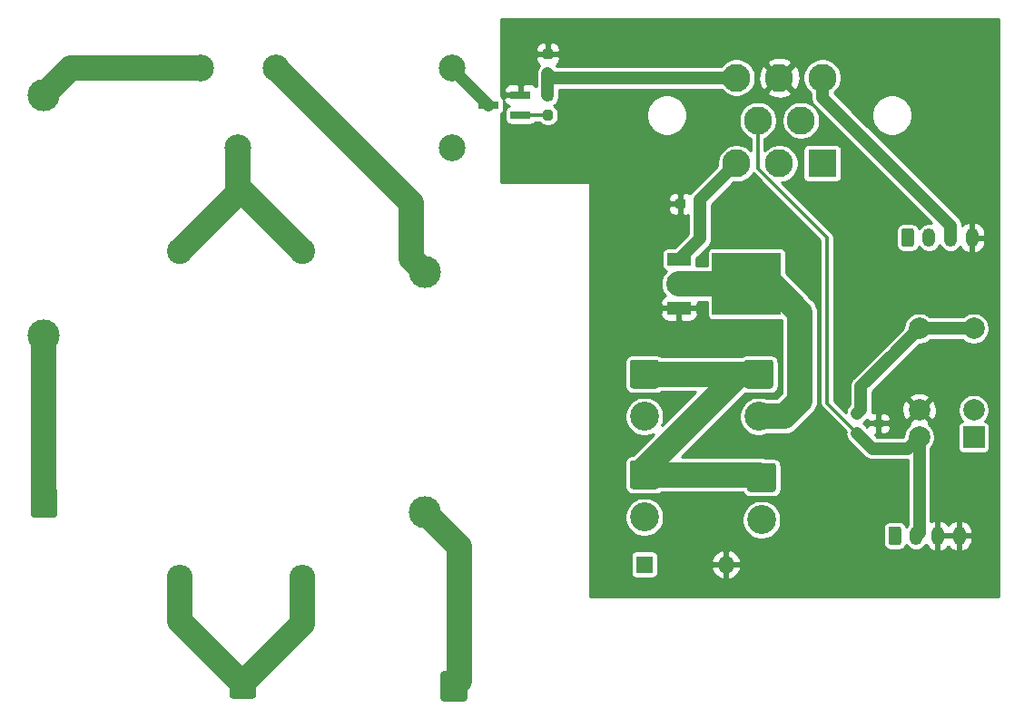
<source format=gbr>
%TF.GenerationSoftware,KiCad,Pcbnew,5.1.7-a382d34a8~88~ubuntu18.04.1*%
%TF.CreationDate,2021-03-18T09:08:07-04:00*%
%TF.ProjectId,Pacman2020,5061636d-616e-4323-9032-302e6b696361,rev?*%
%TF.SameCoordinates,Original*%
%TF.FileFunction,Copper,L1,Top*%
%TF.FilePolarity,Positive*%
%FSLAX46Y46*%
G04 Gerber Fmt 4.6, Leading zero omitted, Abs format (unit mm)*
G04 Created by KiCad (PCBNEW 5.1.7-a382d34a8~88~ubuntu18.04.1) date 2021-03-18 09:08:07*
%MOMM*%
%LPD*%
G01*
G04 APERTURE LIST*
%TA.AperFunction,ComponentPad*%
%ADD10C,2.500000*%
%TD*%
%TA.AperFunction,SMDPad,CuDef*%
%ADD11R,6.400000X5.800000*%
%TD*%
%TA.AperFunction,SMDPad,CuDef*%
%ADD12R,2.200000X1.200000*%
%TD*%
%TA.AperFunction,ComponentPad*%
%ADD13O,1.200000X1.750000*%
%TD*%
%TA.AperFunction,ComponentPad*%
%ADD14O,2.400000X2.400000*%
%TD*%
%TA.AperFunction,ComponentPad*%
%ADD15C,2.400000*%
%TD*%
%TA.AperFunction,ComponentPad*%
%ADD16R,2.625000X2.625000*%
%TD*%
%TA.AperFunction,ComponentPad*%
%ADD17C,2.625000*%
%TD*%
%TA.AperFunction,SMDPad,CuDef*%
%ADD18R,1.900000X0.800000*%
%TD*%
%TA.AperFunction,ComponentPad*%
%ADD19C,2.000000*%
%TD*%
%TA.AperFunction,ComponentPad*%
%ADD20R,2.000000X2.000000*%
%TD*%
%TA.AperFunction,ComponentPad*%
%ADD21C,2.700000*%
%TD*%
%TA.AperFunction,ComponentPad*%
%ADD22C,3.000000*%
%TD*%
%TA.AperFunction,SMDPad,CuDef*%
%ADD23R,0.900000X0.800000*%
%TD*%
%TA.AperFunction,ComponentPad*%
%ADD24O,1.600000X1.600000*%
%TD*%
%TA.AperFunction,ComponentPad*%
%ADD25R,1.600000X1.600000*%
%TD*%
%TA.AperFunction,Conductor*%
%ADD26C,1.200000*%
%TD*%
%TA.AperFunction,Conductor*%
%ADD27C,2.400000*%
%TD*%
%TA.AperFunction,Conductor*%
%ADD28C,0.300000*%
%TD*%
%TA.AperFunction,Conductor*%
%ADD29C,0.254000*%
%TD*%
%TA.AperFunction,Conductor*%
%ADD30C,0.100000*%
%TD*%
G04 APERTURE END LIST*
D10*
%TO.P,K1,1*%
%TO.N,Net-(F1-Pad1)*%
X78750000Y-81280000D03*
%TO.P,K1,5*%
%TO.N,Net-(K1-Pad5)*%
X75250000Y-88780000D03*
%TO.P,K1,10*%
%TO.N,Net-(F2-Pad1)*%
X71750000Y-81280000D03*
%TO.P,K1,2*%
%TO.N,/SHUTDOWN_IN*%
X95250000Y-88780000D03*
%TO.P,K1,9*%
%TO.N,Net-(D1-Pad2)*%
X95250000Y-81280000D03*
%TD*%
D11*
%TO.P,Q2,2*%
%TO.N,/FAN_OUT*%
X122675000Y-101475000D03*
D12*
%TO.P,Q2,3*%
%TO.N,GND*%
X116375000Y-103755000D03*
%TO.P,Q2,2*%
%TO.N,/FAN_OUT*%
X116375000Y-101475000D03*
%TO.P,Q2,1*%
%TO.N,/FAN_CTRL*%
X116375000Y-99195000D03*
%TD*%
D13*
%TO.P,J5,4*%
%TO.N,GND*%
X143700000Y-97155000D03*
%TO.P,J5,3*%
%TO.N,+12V*%
X141700000Y-97155000D03*
%TO.P,J5,2*%
%TO.N,/CAN-*%
X139700000Y-97155000D03*
%TO.P,J5,1*%
%TO.N,/CAN+*%
%TA.AperFunction,ComponentPad*%
G36*
G01*
X137100000Y-97780001D02*
X137100000Y-96529999D01*
G75*
G02*
X137349999Y-96280000I249999J0D01*
G01*
X138050001Y-96280000D01*
G75*
G02*
X138300000Y-96529999I0J-249999D01*
G01*
X138300000Y-97780001D01*
G75*
G02*
X138050001Y-98030000I-249999J0D01*
G01*
X137349999Y-98030000D01*
G75*
G02*
X137100000Y-97780001I0J249999D01*
G01*
G37*
%TD.AperFunction*%
%TD*%
D14*
%TO.P,R9,2*%
%TO.N,/pre/discharge/INT+*%
X81280000Y-128905000D03*
D15*
%TO.P,R9,1*%
%TO.N,Net-(K1-Pad5)*%
X81280000Y-98425000D03*
%TD*%
D14*
%TO.P,R1,2*%
%TO.N,/pre/discharge/INT+*%
X69850000Y-128905000D03*
D15*
%TO.P,R1,1*%
%TO.N,Net-(K1-Pad5)*%
X69850000Y-98425000D03*
%TD*%
D16*
%TO.P,J13,1*%
%TO.N,/CAN+*%
X129730000Y-90225000D03*
D17*
%TO.P,J13,2*%
%TO.N,/CONTACTOR*%
X125730000Y-90225000D03*
%TO.P,J13,3*%
%TO.N,/FAN_CTRL*%
X121730000Y-90225000D03*
%TO.P,J13,4*%
%TO.N,/CAN-*%
X127730000Y-86225000D03*
%TO.P,J13,5*%
%TO.N,/SHUTDOWN_IN*%
X123730000Y-86225000D03*
%TO.P,J13,6*%
%TO.N,+12V*%
X129730000Y-82225000D03*
%TO.P,J13,7*%
%TO.N,GND*%
X125730000Y-82225000D03*
%TO.P,J13,8*%
%TO.N,/PRECHARGE*%
X121730000Y-82225000D03*
%TD*%
D18*
%TO.P,Q1,3*%
%TO.N,Net-(D1-Pad2)*%
X98600000Y-84775000D03*
%TO.P,Q1,2*%
%TO.N,GND*%
X101600000Y-83825000D03*
%TO.P,Q1,1*%
%TO.N,Net-(Q1-Pad1)*%
X101600000Y-85725000D03*
%TD*%
%TO.P,R6,2*%
%TO.N,GND*%
%TA.AperFunction,SMDPad,CuDef*%
G36*
G01*
X116987500Y-93762500D02*
X116987500Y-94237500D01*
G75*
G02*
X116750000Y-94475000I-237500J0D01*
G01*
X116250000Y-94475000D01*
G75*
G02*
X116012500Y-94237500I0J237500D01*
G01*
X116012500Y-93762500D01*
G75*
G02*
X116250000Y-93525000I237500J0D01*
G01*
X116750000Y-93525000D01*
G75*
G02*
X116987500Y-93762500I0J-237500D01*
G01*
G37*
%TD.AperFunction*%
%TO.P,R6,1*%
%TO.N,/FAN_CTRL*%
%TA.AperFunction,SMDPad,CuDef*%
G36*
G01*
X118812500Y-93762500D02*
X118812500Y-94237500D01*
G75*
G02*
X118575000Y-94475000I-237500J0D01*
G01*
X118075000Y-94475000D01*
G75*
G02*
X117837500Y-94237500I0J237500D01*
G01*
X117837500Y-93762500D01*
G75*
G02*
X118075000Y-93525000I237500J0D01*
G01*
X118575000Y-93525000D01*
G75*
G02*
X118812500Y-93762500I0J-237500D01*
G01*
G37*
%TD.AperFunction*%
%TD*%
%TO.P,R3,2*%
%TO.N,GND*%
%TA.AperFunction,SMDPad,CuDef*%
G36*
G01*
X104377500Y-80497500D02*
X103902500Y-80497500D01*
G75*
G02*
X103665000Y-80260000I0J237500D01*
G01*
X103665000Y-79760000D01*
G75*
G02*
X103902500Y-79522500I237500J0D01*
G01*
X104377500Y-79522500D01*
G75*
G02*
X104615000Y-79760000I0J-237500D01*
G01*
X104615000Y-80260000D01*
G75*
G02*
X104377500Y-80497500I-237500J0D01*
G01*
G37*
%TD.AperFunction*%
%TO.P,R3,1*%
%TO.N,/PRECHARGE*%
%TA.AperFunction,SMDPad,CuDef*%
G36*
G01*
X104377500Y-82322500D02*
X103902500Y-82322500D01*
G75*
G02*
X103665000Y-82085000I0J237500D01*
G01*
X103665000Y-81585000D01*
G75*
G02*
X103902500Y-81347500I237500J0D01*
G01*
X104377500Y-81347500D01*
G75*
G02*
X104615000Y-81585000I0J-237500D01*
G01*
X104615000Y-82085000D01*
G75*
G02*
X104377500Y-82322500I-237500J0D01*
G01*
G37*
%TD.AperFunction*%
%TD*%
%TO.P,R2,2*%
%TO.N,Net-(Q1-Pad1)*%
%TA.AperFunction,SMDPad,CuDef*%
G36*
G01*
X103902500Y-85237500D02*
X104377500Y-85237500D01*
G75*
G02*
X104615000Y-85475000I0J-237500D01*
G01*
X104615000Y-85975000D01*
G75*
G02*
X104377500Y-86212500I-237500J0D01*
G01*
X103902500Y-86212500D01*
G75*
G02*
X103665000Y-85975000I0J237500D01*
G01*
X103665000Y-85475000D01*
G75*
G02*
X103902500Y-85237500I237500J0D01*
G01*
G37*
%TD.AperFunction*%
%TO.P,R2,1*%
%TO.N,/PRECHARGE*%
%TA.AperFunction,SMDPad,CuDef*%
G36*
G01*
X103902500Y-83412500D02*
X104377500Y-83412500D01*
G75*
G02*
X104615000Y-83650000I0J-237500D01*
G01*
X104615000Y-84150000D01*
G75*
G02*
X104377500Y-84387500I-237500J0D01*
G01*
X103902500Y-84387500D01*
G75*
G02*
X103665000Y-84150000I0J237500D01*
G01*
X103665000Y-83650000D01*
G75*
G02*
X103902500Y-83412500I237500J0D01*
G01*
G37*
%TD.AperFunction*%
%TD*%
D19*
%TO.P,K2,5*%
%TO.N,/pre/discharge/AIR_B+*%
X143851000Y-105641000D03*
%TO.P,K2,6*%
X138771000Y-105641000D03*
%TO.P,K2,2*%
%TO.N,/CONTACTOR*%
X143851000Y-113261000D03*
D20*
%TO.P,K2,1*%
%TO.N,N/C*%
X143851000Y-115801000D03*
D19*
%TO.P,K2,9*%
%TO.N,GND*%
X138771000Y-113261000D03*
%TO.P,K2,10*%
%TO.N,/SHUTDOWN_IN*%
X138771000Y-115801000D03*
%TD*%
D21*
%TO.P,J12,2*%
%TO.N,/FAN_OUT*%
X123809000Y-113863000D03*
%TO.P,J12,1*%
%TO.N,/12_IN*%
%TA.AperFunction,ComponentPad*%
G36*
G01*
X122709001Y-108553000D02*
X124908999Y-108553000D01*
G75*
G02*
X125159000Y-108803001I0J-250001D01*
G01*
X125159000Y-111002999D01*
G75*
G02*
X124908999Y-111253000I-250001J0D01*
G01*
X122709001Y-111253000D01*
G75*
G02*
X122459000Y-111002999I0J250001D01*
G01*
X122459000Y-108803001D01*
G75*
G02*
X122709001Y-108553000I250001J0D01*
G01*
G37*
%TD.AperFunction*%
%TD*%
%TO.P,J11,2*%
%TO.N,/FAN_OUT*%
X113141000Y-123261000D03*
%TO.P,J11,1*%
%TO.N,/12_IN*%
%TA.AperFunction,ComponentPad*%
G36*
G01*
X112041001Y-117951000D02*
X114240999Y-117951000D01*
G75*
G02*
X114491000Y-118201001I0J-250001D01*
G01*
X114491000Y-120400999D01*
G75*
G02*
X114240999Y-120651000I-250001J0D01*
G01*
X112041001Y-120651000D01*
G75*
G02*
X111791000Y-120400999I0J250001D01*
G01*
X111791000Y-118201001D01*
G75*
G02*
X112041001Y-117951000I250001J0D01*
G01*
G37*
%TD.AperFunction*%
%TD*%
%TO.P,J10,2*%
%TO.N,/FAN_OUT*%
X124063000Y-123515000D03*
%TO.P,J10,1*%
%TO.N,/12_IN*%
%TA.AperFunction,ComponentPad*%
G36*
G01*
X122963001Y-118205000D02*
X125162999Y-118205000D01*
G75*
G02*
X125413000Y-118455001I0J-250001D01*
G01*
X125413000Y-120654999D01*
G75*
G02*
X125162999Y-120905000I-250001J0D01*
G01*
X122963001Y-120905000D01*
G75*
G02*
X122713000Y-120654999I0J250001D01*
G01*
X122713000Y-118455001D01*
G75*
G02*
X122963001Y-118205000I250001J0D01*
G01*
G37*
%TD.AperFunction*%
%TD*%
%TO.P,J9,2*%
%TO.N,/FAN_OUT*%
X113141000Y-113863000D03*
%TO.P,J9,1*%
%TO.N,/12_IN*%
%TA.AperFunction,ComponentPad*%
G36*
G01*
X112041001Y-108553000D02*
X114240999Y-108553000D01*
G75*
G02*
X114491000Y-108803001I0J-250001D01*
G01*
X114491000Y-111002999D01*
G75*
G02*
X114240999Y-111253000I-250001J0D01*
G01*
X112041001Y-111253000D01*
G75*
G02*
X111791000Y-111002999I0J250001D01*
G01*
X111791000Y-108803001D01*
G75*
G02*
X112041001Y-108553000I250001J0D01*
G01*
G37*
%TD.AperFunction*%
%TD*%
D13*
%TO.P,J4,4*%
%TO.N,GND*%
X142500000Y-125000000D03*
%TO.P,J4,3*%
X140500000Y-125000000D03*
%TO.P,J4,2*%
%TO.N,/SHUTDOWN_IN*%
X138500000Y-125000000D03*
%TO.P,J4,1*%
%TO.N,/pre/discharge/AIR_B+*%
%TA.AperFunction,ComponentPad*%
G36*
G01*
X135900000Y-125625001D02*
X135900000Y-124374999D01*
G75*
G02*
X136149999Y-124125000I249999J0D01*
G01*
X136850001Y-124125000D01*
G75*
G02*
X137100000Y-124374999I0J-249999D01*
G01*
X137100000Y-125625001D01*
G75*
G02*
X136850001Y-125875000I-249999J0D01*
G01*
X136149999Y-125875000D01*
G75*
G02*
X135900000Y-125625001I0J249999D01*
G01*
G37*
%TD.AperFunction*%
%TD*%
%TO.P,J3,1*%
%TO.N,/pre/discharge/INT+*%
%TA.AperFunction,ComponentPad*%
G36*
G01*
X74462000Y-139961001D02*
X74462000Y-137660999D01*
G75*
G02*
X74711999Y-137411000I249999J0D01*
G01*
X76672001Y-137411000D01*
G75*
G02*
X76922000Y-137660999I0J-249999D01*
G01*
X76922000Y-139961001D01*
G75*
G02*
X76672001Y-140211000I-249999J0D01*
G01*
X74711999Y-140211000D01*
G75*
G02*
X74462000Y-139961001I0J249999D01*
G01*
G37*
%TD.AperFunction*%
%TD*%
%TO.P,J2,1*%
%TO.N,/pre/discharge/BATT+*%
%TA.AperFunction,ComponentPad*%
G36*
G01*
X55920000Y-123070001D02*
X55920000Y-120769999D01*
G75*
G02*
X56169999Y-120520000I249999J0D01*
G01*
X58130001Y-120520000D01*
G75*
G02*
X58380000Y-120769999I0J-249999D01*
G01*
X58380000Y-123070001D01*
G75*
G02*
X58130001Y-123320000I-249999J0D01*
G01*
X56169999Y-123320000D01*
G75*
G02*
X55920000Y-123070001I0J249999D01*
G01*
G37*
%TD.AperFunction*%
%TD*%
%TO.P,J1,1*%
%TO.N,/pre/discharge/INT-*%
%TA.AperFunction,ComponentPad*%
G36*
G01*
X94147000Y-140215001D02*
X94147000Y-137914999D01*
G75*
G02*
X94396999Y-137665000I249999J0D01*
G01*
X96357001Y-137665000D01*
G75*
G02*
X96607000Y-137914999I0J-249999D01*
G01*
X96607000Y-140215001D01*
G75*
G02*
X96357001Y-140465000I-249999J0D01*
G01*
X94396999Y-140465000D01*
G75*
G02*
X94147000Y-140215001I0J249999D01*
G01*
G37*
%TD.AperFunction*%
%TD*%
D22*
%TO.P,F2,1*%
%TO.N,Net-(F2-Pad1)*%
X57150000Y-83820000D03*
%TO.P,F2,2*%
%TO.N,/pre/discharge/BATT+*%
X57150000Y-106320000D03*
%TD*%
%TO.P,F1,1*%
%TO.N,Net-(F1-Pad1)*%
X92710000Y-100330000D03*
%TO.P,F1,2*%
%TO.N,/pre/discharge/INT-*%
X92710000Y-122830000D03*
%TD*%
D23*
%TO.P,D7,1*%
%TO.N,/pre/discharge/AIR_B+*%
X133000000Y-113550000D03*
%TO.P,D7,2*%
%TO.N,/SHUTDOWN_IN*%
X133000000Y-115450000D03*
%TO.P,D7,3*%
%TO.N,GND*%
X135000000Y-114500000D03*
%TD*%
D24*
%TO.P,D6,2*%
%TO.N,GND*%
X120761000Y-127683000D03*
D25*
%TO.P,D6,1*%
%TO.N,/FAN_OUT*%
X113141000Y-127683000D03*
%TD*%
D26*
%TO.N,Net-(D1-Pad2)*%
X95250000Y-81425000D02*
X98600000Y-84775000D01*
X95250000Y-81280000D02*
X95250000Y-81425000D01*
%TO.N,/pre/discharge/AIR_B+*%
X133350000Y-113200000D02*
X133000000Y-113550000D01*
X133350000Y-111062000D02*
X133350000Y-113200000D01*
X143851000Y-105641000D02*
X138771000Y-105641000D01*
X138771000Y-105641000D02*
X136970999Y-107441001D01*
X136970999Y-107441001D02*
X136493500Y-107918500D01*
X138771000Y-105641000D02*
X136493500Y-107918500D01*
X136493500Y-107918500D02*
X133350000Y-111062000D01*
D27*
%TO.N,Net-(F1-Pad1)*%
X78750000Y-81280000D02*
X91440000Y-93970000D01*
X91440000Y-99060000D02*
X92710000Y-100330000D01*
X91440000Y-93970000D02*
X91440000Y-99060000D01*
%TO.N,Net-(F2-Pad1)*%
X59690000Y-81280000D02*
X57150000Y-83820000D01*
X71750000Y-81280000D02*
X59690000Y-81280000D01*
%TO.N,Net-(K1-Pad5)*%
X75250000Y-92395000D02*
X81280000Y-98425000D01*
X75250000Y-88780000D02*
X75250000Y-92395000D01*
X75250000Y-93025000D02*
X69850000Y-98425000D01*
X75250000Y-92395000D02*
X75250000Y-93025000D01*
D26*
%TO.N,/SHUTDOWN_IN*%
X138771000Y-124729000D02*
X138500000Y-125000000D01*
X138771000Y-115801000D02*
X138771000Y-124729000D01*
X138771000Y-115801000D02*
X137732000Y-116840000D01*
X134390000Y-116840000D02*
X133000000Y-115450000D01*
X137732000Y-116840000D02*
X134390000Y-116840000D01*
D28*
X123730000Y-90685502D02*
X130175000Y-97130502D01*
X123730000Y-86225000D02*
X123730000Y-90685502D01*
X130175000Y-112625000D02*
X133000000Y-115450000D01*
X130175000Y-97130502D02*
X130175000Y-112625000D01*
D27*
%TO.N,/FAN_OUT*%
X116375000Y-101475000D02*
X122675000Y-101475000D01*
X122675000Y-101475000D02*
X124970000Y-101475000D01*
X124970000Y-101475000D02*
X127635000Y-104140000D01*
X127635000Y-104140000D02*
X127635000Y-112395000D01*
X126167000Y-113863000D02*
X123809000Y-113863000D01*
X127635000Y-112395000D02*
X126167000Y-113863000D01*
D26*
%TO.N,+12V*%
X141700000Y-96051155D02*
X141700000Y-97155000D01*
X129730000Y-82225000D02*
X129730000Y-84081155D01*
X129730000Y-84081155D02*
X141700000Y-96051155D01*
%TO.N,/PRECHARGE*%
X104530000Y-82225000D02*
X104140000Y-81835000D01*
X121730000Y-82225000D02*
X104530000Y-82225000D01*
X104140000Y-81835000D02*
X104140000Y-83900000D01*
%TO.N,/FAN_CTRL*%
X118325000Y-93630000D02*
X121730000Y-90225000D01*
X118325000Y-94000000D02*
X118325000Y-93630000D01*
X118325000Y-97245000D02*
X116375000Y-99195000D01*
X118325000Y-94000000D02*
X118325000Y-97245000D01*
D28*
%TO.N,Net-(Q1-Pad1)*%
X101600000Y-85725000D02*
X104140000Y-85725000D01*
D27*
%TO.N,/12_IN*%
X123809000Y-119301000D02*
X124063000Y-119555000D01*
X113141000Y-119301000D02*
X123809000Y-119301000D01*
X113141000Y-119301000D02*
X113744000Y-119301000D01*
X113141000Y-119301000D02*
X113141000Y-118730000D01*
X113141000Y-109903000D02*
X121968000Y-109903000D01*
X113141000Y-118730000D02*
X121968000Y-109903000D01*
X121968000Y-109903000D02*
X123809000Y-109903000D01*
%TO.N,/pre/discharge/INT-*%
X92710000Y-122830000D02*
X95885000Y-126005000D01*
X95885000Y-138557000D02*
X95377000Y-139065000D01*
X95885000Y-126005000D02*
X95885000Y-138557000D01*
%TO.N,/pre/discharge/BATT+*%
X57150000Y-106320000D02*
X57150000Y-121920000D01*
%TO.N,/pre/discharge/INT+*%
X69850000Y-132969000D02*
X75692000Y-138811000D01*
X69850000Y-128905000D02*
X69850000Y-132969000D01*
X81280000Y-133223000D02*
X75692000Y-138811000D01*
X81280000Y-128905000D02*
X81280000Y-133223000D01*
%TD*%
D29*
%TO.N,GND*%
X146173001Y-76809844D02*
X146173000Y-76809853D01*
X146173001Y-130683000D01*
X108077000Y-130683000D01*
X108077000Y-126883000D01*
X111851644Y-126883000D01*
X111851644Y-128483000D01*
X111861047Y-128578469D01*
X111888894Y-128670268D01*
X111934115Y-128754872D01*
X111994973Y-128829027D01*
X112069128Y-128889885D01*
X112153732Y-128935106D01*
X112245531Y-128962953D01*
X112341000Y-128972356D01*
X113941000Y-128972356D01*
X114036469Y-128962953D01*
X114128268Y-128935106D01*
X114212872Y-128889885D01*
X114287027Y-128829027D01*
X114347885Y-128754872D01*
X114393106Y-128670268D01*
X114420953Y-128578469D01*
X114430356Y-128483000D01*
X114430356Y-128032039D01*
X119369096Y-128032039D01*
X119409754Y-128166087D01*
X119529963Y-128420420D01*
X119697481Y-128646414D01*
X119905869Y-128835385D01*
X120147119Y-128980070D01*
X120411960Y-129074909D01*
X120634000Y-128953624D01*
X120634000Y-127810000D01*
X120888000Y-127810000D01*
X120888000Y-128953624D01*
X121110040Y-129074909D01*
X121374881Y-128980070D01*
X121616131Y-128835385D01*
X121824519Y-128646414D01*
X121992037Y-128420420D01*
X122112246Y-128166087D01*
X122152904Y-128032039D01*
X122030915Y-127810000D01*
X120888000Y-127810000D01*
X120634000Y-127810000D01*
X119491085Y-127810000D01*
X119369096Y-128032039D01*
X114430356Y-128032039D01*
X114430356Y-127333961D01*
X119369096Y-127333961D01*
X119491085Y-127556000D01*
X120634000Y-127556000D01*
X120634000Y-126412376D01*
X120888000Y-126412376D01*
X120888000Y-127556000D01*
X122030915Y-127556000D01*
X122152904Y-127333961D01*
X122112246Y-127199913D01*
X121992037Y-126945580D01*
X121824519Y-126719586D01*
X121616131Y-126530615D01*
X121374881Y-126385930D01*
X121110040Y-126291091D01*
X120888000Y-126412376D01*
X120634000Y-126412376D01*
X120411960Y-126291091D01*
X120147119Y-126385930D01*
X119905869Y-126530615D01*
X119697481Y-126719586D01*
X119529963Y-126945580D01*
X119409754Y-127199913D01*
X119369096Y-127333961D01*
X114430356Y-127333961D01*
X114430356Y-126883000D01*
X114420953Y-126787531D01*
X114393106Y-126695732D01*
X114347885Y-126611128D01*
X114287027Y-126536973D01*
X114212872Y-126476115D01*
X114128268Y-126430894D01*
X114036469Y-126403047D01*
X113941000Y-126393644D01*
X112341000Y-126393644D01*
X112245531Y-126403047D01*
X112153732Y-126430894D01*
X112069128Y-126476115D01*
X111994973Y-126536973D01*
X111934115Y-126611128D01*
X111888894Y-126695732D01*
X111861047Y-126787531D01*
X111851644Y-126883000D01*
X108077000Y-126883000D01*
X108077000Y-123080071D01*
X111304000Y-123080071D01*
X111304000Y-123441929D01*
X111374595Y-123796833D01*
X111513072Y-124131146D01*
X111714109Y-124432019D01*
X111969981Y-124687891D01*
X112270854Y-124888928D01*
X112605167Y-125027405D01*
X112960071Y-125098000D01*
X113321929Y-125098000D01*
X113676833Y-125027405D01*
X114011146Y-124888928D01*
X114312019Y-124687891D01*
X114567891Y-124432019D01*
X114768928Y-124131146D01*
X114907405Y-123796833D01*
X114978000Y-123441929D01*
X114978000Y-123334071D01*
X122226000Y-123334071D01*
X122226000Y-123695929D01*
X122296595Y-124050833D01*
X122435072Y-124385146D01*
X122636109Y-124686019D01*
X122891981Y-124941891D01*
X123192854Y-125142928D01*
X123527167Y-125281405D01*
X123882071Y-125352000D01*
X124243929Y-125352000D01*
X124598833Y-125281405D01*
X124933146Y-125142928D01*
X125234019Y-124941891D01*
X125489891Y-124686019D01*
X125690928Y-124385146D01*
X125829405Y-124050833D01*
X125900000Y-123695929D01*
X125900000Y-123334071D01*
X125829405Y-122979167D01*
X125690928Y-122644854D01*
X125489891Y-122343981D01*
X125234019Y-122088109D01*
X124933146Y-121887072D01*
X124598833Y-121748595D01*
X124243929Y-121678000D01*
X123882071Y-121678000D01*
X123527167Y-121748595D01*
X123192854Y-121887072D01*
X122891981Y-122088109D01*
X122636109Y-122343981D01*
X122435072Y-122644854D01*
X122296595Y-122979167D01*
X122226000Y-123334071D01*
X114978000Y-123334071D01*
X114978000Y-123080071D01*
X114907405Y-122725167D01*
X114768928Y-122390854D01*
X114567891Y-122089981D01*
X114312019Y-121834109D01*
X114011146Y-121633072D01*
X113676833Y-121494595D01*
X113321929Y-121424000D01*
X112960071Y-121424000D01*
X112605167Y-121494595D01*
X112270854Y-121633072D01*
X111969981Y-121834109D01*
X111714109Y-122089981D01*
X111513072Y-122390854D01*
X111374595Y-122725167D01*
X111304000Y-123080071D01*
X108077000Y-123080071D01*
X108077000Y-108803001D01*
X111301644Y-108803001D01*
X111301644Y-111002999D01*
X111315851Y-111147240D01*
X111357924Y-111285939D01*
X111426248Y-111413764D01*
X111518197Y-111525803D01*
X111630236Y-111617752D01*
X111758061Y-111686076D01*
X111896760Y-111728149D01*
X112041001Y-111742356D01*
X114240999Y-111742356D01*
X114385240Y-111728149D01*
X114523939Y-111686076D01*
X114651764Y-111617752D01*
X114685580Y-111590000D01*
X117895222Y-111590000D01*
X114780844Y-114704378D01*
X114907405Y-114398833D01*
X114978000Y-114043929D01*
X114978000Y-113682071D01*
X114907405Y-113327167D01*
X114768928Y-112992854D01*
X114567891Y-112691981D01*
X114312019Y-112436109D01*
X114011146Y-112235072D01*
X113676833Y-112096595D01*
X113321929Y-112026000D01*
X112960071Y-112026000D01*
X112605167Y-112096595D01*
X112270854Y-112235072D01*
X111969981Y-112436109D01*
X111714109Y-112691981D01*
X111513072Y-112992854D01*
X111374595Y-113327167D01*
X111304000Y-113682071D01*
X111304000Y-114043929D01*
X111374595Y-114398833D01*
X111513072Y-114733146D01*
X111714109Y-115034019D01*
X111969981Y-115289891D01*
X112270854Y-115490928D01*
X112605167Y-115629405D01*
X112960071Y-115700000D01*
X113321929Y-115700000D01*
X113676833Y-115629405D01*
X113982378Y-115502844D01*
X112021674Y-117463548D01*
X111896760Y-117475851D01*
X111758061Y-117517924D01*
X111630236Y-117586248D01*
X111518197Y-117678197D01*
X111426248Y-117790236D01*
X111357924Y-117918061D01*
X111315851Y-118056760D01*
X111301644Y-118201001D01*
X111301644Y-120400999D01*
X111315851Y-120545240D01*
X111357924Y-120683939D01*
X111426248Y-120811764D01*
X111518197Y-120923803D01*
X111630236Y-121015752D01*
X111758061Y-121084076D01*
X111896760Y-121126149D01*
X112041001Y-121140356D01*
X114240999Y-121140356D01*
X114385240Y-121126149D01*
X114523939Y-121084076D01*
X114651764Y-121015752D01*
X114685580Y-120988000D01*
X122306682Y-120988000D01*
X122348248Y-121065764D01*
X122440197Y-121177803D01*
X122552236Y-121269752D01*
X122680061Y-121338076D01*
X122818760Y-121380149D01*
X122963001Y-121394356D01*
X125162999Y-121394356D01*
X125307240Y-121380149D01*
X125445939Y-121338076D01*
X125573764Y-121269752D01*
X125685803Y-121177803D01*
X125777752Y-121065764D01*
X125846076Y-120937939D01*
X125888149Y-120799240D01*
X125902356Y-120654999D01*
X125902356Y-118455001D01*
X125888149Y-118310760D01*
X125846076Y-118172061D01*
X125777752Y-118044236D01*
X125685803Y-117932197D01*
X125573764Y-117840248D01*
X125445939Y-117771924D01*
X125307240Y-117729851D01*
X125162999Y-117715644D01*
X124394314Y-117715644D01*
X124139710Y-117638410D01*
X123891870Y-117614000D01*
X123809000Y-117605838D01*
X123726130Y-117614000D01*
X116642778Y-117614000D01*
X122537038Y-111719740D01*
X122564760Y-111728149D01*
X122709001Y-111742356D01*
X124908999Y-111742356D01*
X125053240Y-111728149D01*
X125191939Y-111686076D01*
X125319764Y-111617752D01*
X125431803Y-111525803D01*
X125523752Y-111413764D01*
X125592076Y-111285939D01*
X125634149Y-111147240D01*
X125648356Y-111002999D01*
X125648356Y-108803001D01*
X125634149Y-108658760D01*
X125592076Y-108520061D01*
X125523752Y-108392236D01*
X125431803Y-108280197D01*
X125319764Y-108188248D01*
X125191939Y-108119924D01*
X125053240Y-108077851D01*
X124908999Y-108063644D01*
X122709001Y-108063644D01*
X122564760Y-108077851D01*
X122426061Y-108119924D01*
X122298236Y-108188248D01*
X122264420Y-108216000D01*
X122050869Y-108216000D01*
X121967999Y-108207838D01*
X121885129Y-108216000D01*
X114685580Y-108216000D01*
X114651764Y-108188248D01*
X114523939Y-108119924D01*
X114385240Y-108077851D01*
X114240999Y-108063644D01*
X112041001Y-108063644D01*
X111896760Y-108077851D01*
X111758061Y-108119924D01*
X111630236Y-108188248D01*
X111518197Y-108280197D01*
X111426248Y-108392236D01*
X111357924Y-108520061D01*
X111315851Y-108658760D01*
X111301644Y-108803001D01*
X108077000Y-108803001D01*
X108077000Y-104355000D01*
X114636928Y-104355000D01*
X114649188Y-104479482D01*
X114685498Y-104599180D01*
X114744463Y-104709494D01*
X114823815Y-104806185D01*
X114920506Y-104885537D01*
X115030820Y-104944502D01*
X115150518Y-104980812D01*
X115275000Y-104993072D01*
X116089250Y-104990000D01*
X116248000Y-104831250D01*
X116248000Y-103882000D01*
X116502000Y-103882000D01*
X116502000Y-104831250D01*
X116660750Y-104990000D01*
X117475000Y-104993072D01*
X117599482Y-104980812D01*
X117719180Y-104944502D01*
X117829494Y-104885537D01*
X117926185Y-104806185D01*
X118005537Y-104709494D01*
X118064502Y-104599180D01*
X118100812Y-104479482D01*
X118113072Y-104355000D01*
X118110000Y-104040750D01*
X117951250Y-103882000D01*
X116502000Y-103882000D01*
X116248000Y-103882000D01*
X114798750Y-103882000D01*
X114640000Y-104040750D01*
X114636928Y-104355000D01*
X108077000Y-104355000D01*
X108077000Y-103155000D01*
X114636928Y-103155000D01*
X114640000Y-103469250D01*
X114798750Y-103628000D01*
X116248000Y-103628000D01*
X116248000Y-103608000D01*
X116502000Y-103608000D01*
X116502000Y-103628000D01*
X117951250Y-103628000D01*
X118110000Y-103469250D01*
X118113004Y-103162000D01*
X118985644Y-103162000D01*
X118985644Y-104375000D01*
X118995047Y-104470469D01*
X119022894Y-104562268D01*
X119068115Y-104646872D01*
X119128973Y-104721027D01*
X119203128Y-104781885D01*
X119287732Y-104827106D01*
X119379531Y-104854953D01*
X119475000Y-104864356D01*
X125875000Y-104864356D01*
X125948000Y-104857166D01*
X125948001Y-111696221D01*
X125468222Y-112176000D01*
X124536534Y-112176000D01*
X124344833Y-112096595D01*
X123989929Y-112026000D01*
X123628071Y-112026000D01*
X123273167Y-112096595D01*
X122938854Y-112235072D01*
X122637981Y-112436109D01*
X122382109Y-112691981D01*
X122181072Y-112992854D01*
X122042595Y-113327167D01*
X121972000Y-113682071D01*
X121972000Y-114043929D01*
X122042595Y-114398833D01*
X122181072Y-114733146D01*
X122382109Y-115034019D01*
X122637981Y-115289891D01*
X122938854Y-115490928D01*
X123273167Y-115629405D01*
X123628071Y-115700000D01*
X123989929Y-115700000D01*
X124344833Y-115629405D01*
X124536534Y-115550000D01*
X126084130Y-115550000D01*
X126167000Y-115558162D01*
X126249870Y-115550000D01*
X126497710Y-115525590D01*
X126815710Y-115429125D01*
X127108782Y-115272476D01*
X127365661Y-115061661D01*
X127418493Y-114997285D01*
X128769285Y-113646493D01*
X128833661Y-113593661D01*
X129044476Y-113336782D01*
X129117587Y-113200000D01*
X129201125Y-113043711D01*
X129297590Y-112725710D01*
X129330162Y-112395000D01*
X129322000Y-112312130D01*
X129322000Y-104222869D01*
X129330162Y-104139999D01*
X129297590Y-103809290D01*
X129201125Y-103491290D01*
X129044476Y-103198218D01*
X128833661Y-102941339D01*
X128769286Y-102888508D01*
X126364356Y-100483578D01*
X126364356Y-98575000D01*
X126354953Y-98479531D01*
X126327106Y-98387732D01*
X126281885Y-98303128D01*
X126221027Y-98228973D01*
X126146872Y-98168115D01*
X126062268Y-98122894D01*
X125970469Y-98095047D01*
X125875000Y-98085644D01*
X119475000Y-98085644D01*
X119379531Y-98095047D01*
X119287732Y-98122894D01*
X119203128Y-98168115D01*
X119128973Y-98228973D01*
X119068115Y-98303128D01*
X119022894Y-98387732D01*
X118995047Y-98479531D01*
X118985644Y-98575000D01*
X118985644Y-99788000D01*
X117964356Y-99788000D01*
X117964356Y-99142894D01*
X119055871Y-98051380D01*
X119097344Y-98017344D01*
X119131382Y-97975869D01*
X119233180Y-97851828D01*
X119334115Y-97662991D01*
X119334116Y-97662989D01*
X119396272Y-97458089D01*
X119412000Y-97298397D01*
X119412000Y-97298395D01*
X119417259Y-97245001D01*
X119412000Y-97191607D01*
X119412000Y-94080249D01*
X121481855Y-92010395D01*
X121552765Y-92024500D01*
X121907235Y-92024500D01*
X122254895Y-91955346D01*
X122582383Y-91819696D01*
X122877114Y-91622763D01*
X123127763Y-91372114D01*
X123281739Y-91141673D01*
X123301699Y-91158054D01*
X129538000Y-97394356D01*
X129538001Y-112593706D01*
X129534919Y-112625000D01*
X129547217Y-112749873D01*
X129583641Y-112869948D01*
X129611046Y-112921218D01*
X129642792Y-112980611D01*
X129722395Y-113077606D01*
X129746699Y-113097552D01*
X131924903Y-115275757D01*
X131907741Y-115450000D01*
X131928729Y-115663088D01*
X131990885Y-115867989D01*
X132091820Y-116056827D01*
X132139218Y-116114581D01*
X132143115Y-116121872D01*
X132203973Y-116196027D01*
X132230769Y-116218019D01*
X133583616Y-117570865D01*
X133617656Y-117612344D01*
X133783173Y-117748180D01*
X133972011Y-117849116D01*
X134176911Y-117911272D01*
X134336603Y-117927000D01*
X134336606Y-117927000D01*
X134390000Y-117932259D01*
X134443394Y-117927000D01*
X137678606Y-117927000D01*
X137684000Y-117927531D01*
X137684001Y-124005850D01*
X137591820Y-124118173D01*
X137559398Y-124178831D01*
X137533076Y-124092060D01*
X137464752Y-123964235D01*
X137372804Y-123852196D01*
X137260765Y-123760248D01*
X137132940Y-123691924D01*
X136994242Y-123649850D01*
X136850001Y-123635644D01*
X136149999Y-123635644D01*
X136005758Y-123649850D01*
X135867060Y-123691924D01*
X135739235Y-123760248D01*
X135627196Y-123852196D01*
X135535248Y-123964235D01*
X135466924Y-124092060D01*
X135424850Y-124230758D01*
X135410644Y-124374999D01*
X135410644Y-125625001D01*
X135424850Y-125769242D01*
X135466924Y-125907940D01*
X135535248Y-126035765D01*
X135627196Y-126147804D01*
X135739235Y-126239752D01*
X135867060Y-126308076D01*
X136005758Y-126350150D01*
X136149999Y-126364356D01*
X136850001Y-126364356D01*
X136994242Y-126350150D01*
X137132940Y-126308076D01*
X137260765Y-126239752D01*
X137372804Y-126147804D01*
X137464752Y-126035765D01*
X137533076Y-125907940D01*
X137559398Y-125821168D01*
X137591821Y-125881827D01*
X137727657Y-126047344D01*
X137893174Y-126183180D01*
X138082012Y-126284116D01*
X138286912Y-126346272D01*
X138500000Y-126367259D01*
X138713089Y-126346272D01*
X138917989Y-126284116D01*
X139106827Y-126183180D01*
X139272344Y-126047344D01*
X139408180Y-125881827D01*
X139412962Y-125872881D01*
X139543693Y-126066725D01*
X139716526Y-126238078D01*
X139919467Y-126372421D01*
X140144718Y-126464591D01*
X140182391Y-126468462D01*
X140373000Y-126343731D01*
X140373000Y-125127000D01*
X140627000Y-125127000D01*
X140627000Y-126343731D01*
X140817609Y-126468462D01*
X140855282Y-126464591D01*
X141080533Y-126372421D01*
X141283474Y-126238078D01*
X141456307Y-126066725D01*
X141500000Y-126001939D01*
X141543693Y-126066725D01*
X141716526Y-126238078D01*
X141919467Y-126372421D01*
X142144718Y-126464591D01*
X142182391Y-126468462D01*
X142373000Y-126343731D01*
X142373000Y-125127000D01*
X142627000Y-125127000D01*
X142627000Y-126343731D01*
X142817609Y-126468462D01*
X142855282Y-126464591D01*
X143080533Y-126372421D01*
X143283474Y-126238078D01*
X143456307Y-126066725D01*
X143592390Y-125864946D01*
X143686493Y-125640496D01*
X143735000Y-125402000D01*
X143735000Y-125127000D01*
X142627000Y-125127000D01*
X142373000Y-125127000D01*
X140627000Y-125127000D01*
X140373000Y-125127000D01*
X140353000Y-125127000D01*
X140353000Y-124873000D01*
X140373000Y-124873000D01*
X140373000Y-123656269D01*
X140627000Y-123656269D01*
X140627000Y-124873000D01*
X142373000Y-124873000D01*
X142373000Y-123656269D01*
X142627000Y-123656269D01*
X142627000Y-124873000D01*
X143735000Y-124873000D01*
X143735000Y-124598000D01*
X143686493Y-124359504D01*
X143592390Y-124135054D01*
X143456307Y-123933275D01*
X143283474Y-123761922D01*
X143080533Y-123627579D01*
X142855282Y-123535409D01*
X142817609Y-123531538D01*
X142627000Y-123656269D01*
X142373000Y-123656269D01*
X142182391Y-123531538D01*
X142144718Y-123535409D01*
X141919467Y-123627579D01*
X141716526Y-123761922D01*
X141543693Y-123933275D01*
X141500000Y-123998061D01*
X141456307Y-123933275D01*
X141283474Y-123761922D01*
X141080533Y-123627579D01*
X140855282Y-123535409D01*
X140817609Y-123531538D01*
X140627000Y-123656269D01*
X140373000Y-123656269D01*
X140182391Y-123531538D01*
X140144718Y-123535409D01*
X139919467Y-123627579D01*
X139858000Y-123668269D01*
X139858000Y-116816935D01*
X139926028Y-116748907D01*
X140088762Y-116505359D01*
X140200855Y-116234742D01*
X140258000Y-115947457D01*
X140258000Y-115654543D01*
X140200855Y-115367258D01*
X140088762Y-115096641D01*
X139926028Y-114853093D01*
X139873935Y-114801000D01*
X142361644Y-114801000D01*
X142361644Y-116801000D01*
X142371047Y-116896469D01*
X142398894Y-116988268D01*
X142444115Y-117072872D01*
X142504973Y-117147027D01*
X142579128Y-117207885D01*
X142663732Y-117253106D01*
X142755531Y-117280953D01*
X142851000Y-117290356D01*
X144851000Y-117290356D01*
X144946469Y-117280953D01*
X145038268Y-117253106D01*
X145122872Y-117207885D01*
X145197027Y-117147027D01*
X145257885Y-117072872D01*
X145303106Y-116988268D01*
X145330953Y-116896469D01*
X145340356Y-116801000D01*
X145340356Y-114801000D01*
X145330953Y-114705531D01*
X145303106Y-114613732D01*
X145257885Y-114529128D01*
X145197027Y-114454973D01*
X145122872Y-114394115D01*
X145038268Y-114348894D01*
X144946469Y-114321047D01*
X144898603Y-114316332D01*
X145006028Y-114208907D01*
X145168762Y-113965359D01*
X145280855Y-113694742D01*
X145338000Y-113407457D01*
X145338000Y-113114543D01*
X145280855Y-112827258D01*
X145168762Y-112556641D01*
X145006028Y-112313093D01*
X144798907Y-112105972D01*
X144555359Y-111943238D01*
X144284742Y-111831145D01*
X143997457Y-111774000D01*
X143704543Y-111774000D01*
X143417258Y-111831145D01*
X143146641Y-111943238D01*
X142903093Y-112105972D01*
X142695972Y-112313093D01*
X142533238Y-112556641D01*
X142421145Y-112827258D01*
X142364000Y-113114543D01*
X142364000Y-113407457D01*
X142421145Y-113694742D01*
X142533238Y-113965359D01*
X142695972Y-114208907D01*
X142803397Y-114316332D01*
X142755531Y-114321047D01*
X142663732Y-114348894D01*
X142579128Y-114394115D01*
X142504973Y-114454973D01*
X142444115Y-114529128D01*
X142398894Y-114613732D01*
X142371047Y-114705531D01*
X142361644Y-114801000D01*
X139873935Y-114801000D01*
X139718907Y-114645972D01*
X139652493Y-114601595D01*
X139726808Y-114396413D01*
X138771000Y-113440605D01*
X137815192Y-114396413D01*
X137889507Y-114601595D01*
X137823093Y-114645972D01*
X137615972Y-114853093D01*
X137453238Y-115096641D01*
X137341145Y-115367258D01*
X137284000Y-115654543D01*
X137284000Y-115750751D01*
X137281751Y-115753000D01*
X134840250Y-115753000D01*
X134623939Y-115536689D01*
X134714250Y-115535000D01*
X134873000Y-115376250D01*
X134873000Y-114627000D01*
X135127000Y-114627000D01*
X135127000Y-115376250D01*
X135285750Y-115535000D01*
X135450000Y-115538072D01*
X135574482Y-115525812D01*
X135694180Y-115489502D01*
X135804494Y-115430537D01*
X135901185Y-115351185D01*
X135980537Y-115254494D01*
X136039502Y-115144180D01*
X136075812Y-115024482D01*
X136088072Y-114900000D01*
X136085000Y-114785750D01*
X135926250Y-114627000D01*
X135127000Y-114627000D01*
X134873000Y-114627000D01*
X134073750Y-114627000D01*
X133915000Y-114785750D01*
X133913900Y-114826651D01*
X133818018Y-114730769D01*
X133796027Y-114703973D01*
X133769231Y-114681981D01*
X133730867Y-114643618D01*
X133606827Y-114541820D01*
X133528586Y-114500000D01*
X133606827Y-114458180D01*
X133730867Y-114356382D01*
X133769230Y-114318019D01*
X133796027Y-114296027D01*
X133818019Y-114269230D01*
X133913900Y-114173349D01*
X133915000Y-114214250D01*
X134073750Y-114373000D01*
X134873000Y-114373000D01*
X134873000Y-113623750D01*
X135127000Y-113623750D01*
X135127000Y-114373000D01*
X135926250Y-114373000D01*
X136085000Y-114214250D01*
X136088072Y-114100000D01*
X136075812Y-113975518D01*
X136039502Y-113855820D01*
X135980537Y-113745506D01*
X135901185Y-113648815D01*
X135804494Y-113569463D01*
X135694180Y-113510498D01*
X135574482Y-113474188D01*
X135450000Y-113461928D01*
X135285750Y-113465000D01*
X135127000Y-113623750D01*
X134873000Y-113623750D01*
X134714250Y-113465000D01*
X134550000Y-113461928D01*
X134425518Y-113474188D01*
X134400429Y-113481799D01*
X134421272Y-113413089D01*
X134430086Y-113323595D01*
X137129282Y-113323595D01*
X137173039Y-113642675D01*
X137278205Y-113947088D01*
X137371186Y-114121044D01*
X137635587Y-114216808D01*
X138591395Y-113261000D01*
X138950605Y-113261000D01*
X139906413Y-114216808D01*
X140170814Y-114121044D01*
X140311704Y-113831429D01*
X140393384Y-113519892D01*
X140412718Y-113198405D01*
X140368961Y-112879325D01*
X140263795Y-112574912D01*
X140170814Y-112400956D01*
X139906413Y-112305192D01*
X138950605Y-113261000D01*
X138591395Y-113261000D01*
X137635587Y-112305192D01*
X137371186Y-112400956D01*
X137230296Y-112690571D01*
X137148616Y-113002108D01*
X137129282Y-113323595D01*
X134430086Y-113323595D01*
X134437000Y-113253397D01*
X134437000Y-113253394D01*
X134442259Y-113200000D01*
X134437000Y-113146606D01*
X134437000Y-112125587D01*
X137815192Y-112125587D01*
X138771000Y-113081395D01*
X139726808Y-112125587D01*
X139631044Y-111861186D01*
X139341429Y-111720296D01*
X139029892Y-111638616D01*
X138708405Y-111619282D01*
X138389325Y-111663039D01*
X138084912Y-111768205D01*
X137910956Y-111861186D01*
X137815192Y-112125587D01*
X134437000Y-112125587D01*
X134437000Y-111512249D01*
X137299882Y-108649368D01*
X137299887Y-108649362D01*
X137777381Y-108171868D01*
X138821250Y-107128000D01*
X138917457Y-107128000D01*
X139204742Y-107070855D01*
X139475359Y-106958762D01*
X139718907Y-106796028D01*
X139786935Y-106728000D01*
X142835065Y-106728000D01*
X142903093Y-106796028D01*
X143146641Y-106958762D01*
X143417258Y-107070855D01*
X143704543Y-107128000D01*
X143997457Y-107128000D01*
X144284742Y-107070855D01*
X144555359Y-106958762D01*
X144798907Y-106796028D01*
X145006028Y-106588907D01*
X145168762Y-106345359D01*
X145280855Y-106074742D01*
X145338000Y-105787457D01*
X145338000Y-105494543D01*
X145280855Y-105207258D01*
X145168762Y-104936641D01*
X145006028Y-104693093D01*
X144798907Y-104485972D01*
X144555359Y-104323238D01*
X144284742Y-104211145D01*
X143997457Y-104154000D01*
X143704543Y-104154000D01*
X143417258Y-104211145D01*
X143146641Y-104323238D01*
X142903093Y-104485972D01*
X142835065Y-104554000D01*
X139786935Y-104554000D01*
X139718907Y-104485972D01*
X139475359Y-104323238D01*
X139204742Y-104211145D01*
X138917457Y-104154000D01*
X138624543Y-104154000D01*
X138337258Y-104211145D01*
X138066641Y-104323238D01*
X137823093Y-104485972D01*
X137615972Y-104693093D01*
X137453238Y-104936641D01*
X137341145Y-105207258D01*
X137284000Y-105494543D01*
X137284000Y-105590750D01*
X135762637Y-107112114D01*
X135762632Y-107112118D01*
X132619140Y-110255611D01*
X132577656Y-110289656D01*
X132441820Y-110455173D01*
X132340884Y-110644012D01*
X132278728Y-110848912D01*
X132265273Y-110985524D01*
X132257741Y-111062000D01*
X132263000Y-111115394D01*
X132263001Y-112749750D01*
X132230770Y-112781981D01*
X132203973Y-112803973D01*
X132143115Y-112878128D01*
X132139218Y-112885419D01*
X132091820Y-112943173D01*
X131990885Y-113132011D01*
X131928729Y-113336912D01*
X131916090Y-113465236D01*
X130812000Y-112361147D01*
X130812000Y-97161786D01*
X130815081Y-97130501D01*
X130812000Y-97099217D01*
X130812000Y-97099210D01*
X130802783Y-97005628D01*
X130766359Y-96885553D01*
X130707209Y-96774891D01*
X130627606Y-96677896D01*
X130603303Y-96657951D01*
X125959463Y-92014111D01*
X126254895Y-91955346D01*
X126582383Y-91819696D01*
X126877114Y-91622763D01*
X127127763Y-91372114D01*
X127324696Y-91077383D01*
X127460346Y-90749895D01*
X127529500Y-90402235D01*
X127529500Y-90047765D01*
X127460346Y-89700105D01*
X127324696Y-89372617D01*
X127127763Y-89077886D01*
X126962377Y-88912500D01*
X127928144Y-88912500D01*
X127928144Y-91537500D01*
X127937547Y-91632969D01*
X127965394Y-91724768D01*
X128010615Y-91809372D01*
X128071473Y-91883527D01*
X128145628Y-91944385D01*
X128230232Y-91989606D01*
X128322031Y-92017453D01*
X128417500Y-92026856D01*
X131042500Y-92026856D01*
X131137969Y-92017453D01*
X131229768Y-91989606D01*
X131314372Y-91944385D01*
X131388527Y-91883527D01*
X131449385Y-91809372D01*
X131494606Y-91724768D01*
X131522453Y-91632969D01*
X131531856Y-91537500D01*
X131531856Y-88912500D01*
X131522453Y-88817031D01*
X131494606Y-88725232D01*
X131449385Y-88640628D01*
X131388527Y-88566473D01*
X131314372Y-88505615D01*
X131229768Y-88460394D01*
X131137969Y-88432547D01*
X131042500Y-88423144D01*
X128417500Y-88423144D01*
X128322031Y-88432547D01*
X128230232Y-88460394D01*
X128145628Y-88505615D01*
X128071473Y-88566473D01*
X128010615Y-88640628D01*
X127965394Y-88725232D01*
X127937547Y-88817031D01*
X127928144Y-88912500D01*
X126962377Y-88912500D01*
X126877114Y-88827237D01*
X126582383Y-88630304D01*
X126254895Y-88494654D01*
X125907235Y-88425500D01*
X125552765Y-88425500D01*
X125205105Y-88494654D01*
X124877617Y-88630304D01*
X124582886Y-88827237D01*
X124367000Y-89043123D01*
X124367000Y-87908911D01*
X124582383Y-87819696D01*
X124877114Y-87622763D01*
X125127763Y-87372114D01*
X125324696Y-87077383D01*
X125460346Y-86749895D01*
X125529500Y-86402235D01*
X125529500Y-86047765D01*
X125930500Y-86047765D01*
X125930500Y-86402235D01*
X125999654Y-86749895D01*
X126135304Y-87077383D01*
X126332237Y-87372114D01*
X126582886Y-87622763D01*
X126877617Y-87819696D01*
X127205105Y-87955346D01*
X127552765Y-88024500D01*
X127907235Y-88024500D01*
X128254895Y-87955346D01*
X128582383Y-87819696D01*
X128877114Y-87622763D01*
X129127763Y-87372114D01*
X129324696Y-87077383D01*
X129460346Y-86749895D01*
X129529500Y-86402235D01*
X129529500Y-86047765D01*
X129460346Y-85700105D01*
X129324696Y-85372617D01*
X129127763Y-85077886D01*
X128877114Y-84827237D01*
X128582383Y-84630304D01*
X128254895Y-84494654D01*
X127907235Y-84425500D01*
X127552765Y-84425500D01*
X127205105Y-84494654D01*
X126877617Y-84630304D01*
X126582886Y-84827237D01*
X126332237Y-85077886D01*
X126135304Y-85372617D01*
X125999654Y-85700105D01*
X125930500Y-86047765D01*
X125529500Y-86047765D01*
X125460346Y-85700105D01*
X125324696Y-85372617D01*
X125127763Y-85077886D01*
X124877114Y-84827237D01*
X124582383Y-84630304D01*
X124254895Y-84494654D01*
X123907235Y-84425500D01*
X123552765Y-84425500D01*
X123205105Y-84494654D01*
X122877617Y-84630304D01*
X122582886Y-84827237D01*
X122332237Y-85077886D01*
X122135304Y-85372617D01*
X121999654Y-85700105D01*
X121930500Y-86047765D01*
X121930500Y-86402235D01*
X121999654Y-86749895D01*
X122135304Y-87077383D01*
X122332237Y-87372114D01*
X122582886Y-87622763D01*
X122877617Y-87819696D01*
X123093000Y-87908911D01*
X123093001Y-89043124D01*
X122877114Y-88827237D01*
X122582383Y-88630304D01*
X122254895Y-88494654D01*
X121907235Y-88425500D01*
X121552765Y-88425500D01*
X121205105Y-88494654D01*
X120877617Y-88630304D01*
X120582886Y-88827237D01*
X120332237Y-89077886D01*
X120135304Y-89372617D01*
X119999654Y-89700105D01*
X119930500Y-90047765D01*
X119930500Y-90402235D01*
X119944605Y-90473145D01*
X117594135Y-92823616D01*
X117552657Y-92857656D01*
X117500180Y-92921599D01*
X117416820Y-93023173D01*
X117404672Y-93045901D01*
X117341994Y-92994463D01*
X117231680Y-92935498D01*
X117111982Y-92899188D01*
X116987500Y-92886928D01*
X116785750Y-92890000D01*
X116627000Y-93048750D01*
X116627000Y-93873000D01*
X116647000Y-93873000D01*
X116647000Y-94127000D01*
X116627000Y-94127000D01*
X116627000Y-94951250D01*
X116785750Y-95110000D01*
X116987500Y-95113072D01*
X117111982Y-95100812D01*
X117231680Y-95064502D01*
X117238000Y-95061124D01*
X117238001Y-96794749D01*
X115927107Y-98105644D01*
X115275000Y-98105644D01*
X115179531Y-98115047D01*
X115087732Y-98142894D01*
X115003128Y-98188115D01*
X114928973Y-98248973D01*
X114868115Y-98323128D01*
X114822894Y-98407732D01*
X114795047Y-98499531D01*
X114785644Y-98595000D01*
X114785644Y-99795000D01*
X114795047Y-99890469D01*
X114822894Y-99982268D01*
X114868115Y-100066872D01*
X114928973Y-100141027D01*
X115003128Y-100201885D01*
X115087732Y-100247106D01*
X115178434Y-100274620D01*
X115176339Y-100276339D01*
X115031318Y-100453047D01*
X115003128Y-100468115D01*
X114928973Y-100528973D01*
X114868115Y-100603128D01*
X114822894Y-100687732D01*
X114795047Y-100779531D01*
X114785644Y-100875000D01*
X114785644Y-100902872D01*
X114712410Y-101144290D01*
X114679838Y-101475000D01*
X114712410Y-101805710D01*
X114785644Y-102047128D01*
X114785644Y-102075000D01*
X114795047Y-102170469D01*
X114822894Y-102262268D01*
X114868115Y-102346872D01*
X114928973Y-102421027D01*
X115003128Y-102481885D01*
X115031318Y-102496953D01*
X115076260Y-102551714D01*
X115030820Y-102565498D01*
X114920506Y-102624463D01*
X114823815Y-102703815D01*
X114744463Y-102800506D01*
X114685498Y-102910820D01*
X114649188Y-103030518D01*
X114636928Y-103155000D01*
X108077000Y-103155000D01*
X108077000Y-94475000D01*
X115374428Y-94475000D01*
X115386688Y-94599482D01*
X115422998Y-94719180D01*
X115481963Y-94829494D01*
X115561315Y-94926185D01*
X115658006Y-95005537D01*
X115768320Y-95064502D01*
X115888018Y-95100812D01*
X116012500Y-95113072D01*
X116214250Y-95110000D01*
X116373000Y-94951250D01*
X116373000Y-94127000D01*
X115536250Y-94127000D01*
X115377500Y-94285750D01*
X115374428Y-94475000D01*
X108077000Y-94475000D01*
X108077000Y-93525000D01*
X115374428Y-93525000D01*
X115377500Y-93714250D01*
X115536250Y-93873000D01*
X116373000Y-93873000D01*
X116373000Y-93048750D01*
X116214250Y-92890000D01*
X116012500Y-92886928D01*
X115888018Y-92899188D01*
X115768320Y-92935498D01*
X115658006Y-92994463D01*
X115561315Y-93073815D01*
X115481963Y-93170506D01*
X115422998Y-93280820D01*
X115386688Y-93400518D01*
X115374428Y-93525000D01*
X108077000Y-93525000D01*
X108077000Y-92075000D01*
X108074560Y-92050224D01*
X108067333Y-92026399D01*
X108055597Y-92004443D01*
X108039803Y-91985197D01*
X108020557Y-91969403D01*
X107998601Y-91957667D01*
X107974776Y-91950440D01*
X107950000Y-91948000D01*
X99822000Y-91948000D01*
X99822000Y-85581780D01*
X99896027Y-85521027D01*
X99956885Y-85446872D01*
X100002106Y-85362268D01*
X100029953Y-85270469D01*
X100039356Y-85175000D01*
X100039356Y-84399484D01*
X100060498Y-84469180D01*
X100119463Y-84579494D01*
X100198815Y-84676185D01*
X100295506Y-84755537D01*
X100405820Y-84814502D01*
X100525518Y-84850812D01*
X100533073Y-84851556D01*
X100462732Y-84872894D01*
X100378128Y-84918115D01*
X100303973Y-84978973D01*
X100243115Y-85053128D01*
X100197894Y-85137732D01*
X100170047Y-85229531D01*
X100160644Y-85325000D01*
X100160644Y-86125000D01*
X100170047Y-86220469D01*
X100197894Y-86312268D01*
X100243115Y-86396872D01*
X100303973Y-86471027D01*
X100378128Y-86531885D01*
X100462732Y-86577106D01*
X100554531Y-86604953D01*
X100650000Y-86614356D01*
X102550000Y-86614356D01*
X102645469Y-86604953D01*
X102737268Y-86577106D01*
X102821872Y-86531885D01*
X102896027Y-86471027D01*
X102956885Y-86396872D01*
X102975524Y-86362000D01*
X103289151Y-86362000D01*
X103298141Y-86378820D01*
X103388535Y-86488965D01*
X103498680Y-86579359D01*
X103624344Y-86646527D01*
X103760697Y-86687890D01*
X103902500Y-86701856D01*
X104377500Y-86701856D01*
X104519303Y-86687890D01*
X104655656Y-86646527D01*
X104781320Y-86579359D01*
X104891465Y-86488965D01*
X104981859Y-86378820D01*
X105049027Y-86253156D01*
X105090390Y-86116803D01*
X105104356Y-85975000D01*
X105104356Y-85536684D01*
X113318000Y-85536684D01*
X113318000Y-85913316D01*
X113391477Y-86282710D01*
X113535608Y-86630671D01*
X113744853Y-86943829D01*
X114011171Y-87210147D01*
X114324329Y-87419392D01*
X114672290Y-87563523D01*
X115041684Y-87637000D01*
X115418316Y-87637000D01*
X115787710Y-87563523D01*
X116135671Y-87419392D01*
X116448829Y-87210147D01*
X116715147Y-86943829D01*
X116924392Y-86630671D01*
X117068523Y-86282710D01*
X117142000Y-85913316D01*
X117142000Y-85536684D01*
X117068523Y-85167290D01*
X116924392Y-84819329D01*
X116715147Y-84506171D01*
X116448829Y-84239853D01*
X116135671Y-84030608D01*
X115787710Y-83886477D01*
X115418316Y-83813000D01*
X115041684Y-83813000D01*
X114672290Y-83886477D01*
X114324329Y-84030608D01*
X114011171Y-84239853D01*
X113744853Y-84506171D01*
X113535608Y-84819329D01*
X113391477Y-85167290D01*
X113318000Y-85536684D01*
X105104356Y-85536684D01*
X105104356Y-85475000D01*
X105090390Y-85333197D01*
X105049027Y-85196844D01*
X104981859Y-85071180D01*
X104891465Y-84961035D01*
X104781320Y-84870641D01*
X104705645Y-84830192D01*
X104746827Y-84808180D01*
X104912344Y-84672344D01*
X105048180Y-84506827D01*
X105149116Y-84317989D01*
X105211272Y-84113089D01*
X105227000Y-83953397D01*
X105227000Y-83312000D01*
X120292070Y-83312000D01*
X120332237Y-83372114D01*
X120582886Y-83622763D01*
X120877617Y-83819696D01*
X121205105Y-83955346D01*
X121552765Y-84024500D01*
X121907235Y-84024500D01*
X122254895Y-83955346D01*
X122582383Y-83819696D01*
X122877114Y-83622763D01*
X122916749Y-83583128D01*
X124551477Y-83583128D01*
X124684919Y-83879496D01*
X125027776Y-84051590D01*
X125397620Y-84153490D01*
X125780236Y-84181279D01*
X126160921Y-84133889D01*
X126525048Y-84013142D01*
X126775081Y-83879496D01*
X126908523Y-83583128D01*
X125730000Y-82404605D01*
X124551477Y-83583128D01*
X122916749Y-83583128D01*
X123127763Y-83372114D01*
X123324696Y-83077383D01*
X123460346Y-82749895D01*
X123529500Y-82402235D01*
X123529500Y-82275236D01*
X123773721Y-82275236D01*
X123821111Y-82655921D01*
X123941858Y-83020048D01*
X124075504Y-83270081D01*
X124371872Y-83403523D01*
X125550395Y-82225000D01*
X125909605Y-82225000D01*
X127088128Y-83403523D01*
X127384496Y-83270081D01*
X127556590Y-82927224D01*
X127658490Y-82557380D01*
X127686279Y-82174764D01*
X127670470Y-82047765D01*
X127930500Y-82047765D01*
X127930500Y-82402235D01*
X127999654Y-82749895D01*
X128135304Y-83077383D01*
X128332237Y-83372114D01*
X128582886Y-83622763D01*
X128643001Y-83662930D01*
X128643001Y-84027752D01*
X128637741Y-84081155D01*
X128651909Y-84225000D01*
X128658729Y-84294244D01*
X128719523Y-84494654D01*
X128720885Y-84499144D01*
X128821820Y-84687982D01*
X128876295Y-84754359D01*
X128957657Y-84853499D01*
X128999135Y-84887539D01*
X139923474Y-95811878D01*
X139913088Y-95808728D01*
X139700000Y-95787741D01*
X139486911Y-95808728D01*
X139282011Y-95870884D01*
X139093173Y-95971820D01*
X138927656Y-96107656D01*
X138791820Y-96273173D01*
X138759398Y-96333831D01*
X138733076Y-96247060D01*
X138664752Y-96119235D01*
X138572804Y-96007196D01*
X138460765Y-95915248D01*
X138332940Y-95846924D01*
X138194242Y-95804850D01*
X138050001Y-95790644D01*
X137349999Y-95790644D01*
X137205758Y-95804850D01*
X137067060Y-95846924D01*
X136939235Y-95915248D01*
X136827196Y-96007196D01*
X136735248Y-96119235D01*
X136666924Y-96247060D01*
X136624850Y-96385758D01*
X136610644Y-96529999D01*
X136610644Y-97780001D01*
X136624850Y-97924242D01*
X136666924Y-98062940D01*
X136735248Y-98190765D01*
X136827196Y-98302804D01*
X136939235Y-98394752D01*
X137067060Y-98463076D01*
X137205758Y-98505150D01*
X137349999Y-98519356D01*
X138050001Y-98519356D01*
X138194242Y-98505150D01*
X138332940Y-98463076D01*
X138460765Y-98394752D01*
X138572804Y-98302804D01*
X138664752Y-98190765D01*
X138733076Y-98062940D01*
X138759398Y-97976168D01*
X138791821Y-98036827D01*
X138927657Y-98202344D01*
X139093174Y-98338180D01*
X139282012Y-98439116D01*
X139486912Y-98501272D01*
X139700000Y-98522259D01*
X139913089Y-98501272D01*
X140117989Y-98439116D01*
X140306827Y-98338180D01*
X140472344Y-98202344D01*
X140608180Y-98036827D01*
X140700000Y-97865042D01*
X140791821Y-98036827D01*
X140927657Y-98202344D01*
X141093174Y-98338180D01*
X141282012Y-98439116D01*
X141486912Y-98501272D01*
X141700000Y-98522259D01*
X141913089Y-98501272D01*
X142117989Y-98439116D01*
X142306827Y-98338180D01*
X142472344Y-98202344D01*
X142608180Y-98036827D01*
X142612962Y-98027881D01*
X142743693Y-98221725D01*
X142916526Y-98393078D01*
X143119467Y-98527421D01*
X143344718Y-98619591D01*
X143382391Y-98623462D01*
X143573000Y-98498731D01*
X143573000Y-97282000D01*
X143827000Y-97282000D01*
X143827000Y-98498731D01*
X144017609Y-98623462D01*
X144055282Y-98619591D01*
X144280533Y-98527421D01*
X144483474Y-98393078D01*
X144656307Y-98221725D01*
X144792390Y-98019946D01*
X144886493Y-97795496D01*
X144935000Y-97557000D01*
X144935000Y-97282000D01*
X143827000Y-97282000D01*
X143573000Y-97282000D01*
X143553000Y-97282000D01*
X143553000Y-97028000D01*
X143573000Y-97028000D01*
X143573000Y-95811269D01*
X143827000Y-95811269D01*
X143827000Y-97028000D01*
X144935000Y-97028000D01*
X144935000Y-96753000D01*
X144886493Y-96514504D01*
X144792390Y-96290054D01*
X144656307Y-96088275D01*
X144483474Y-95916922D01*
X144280533Y-95782579D01*
X144055282Y-95690409D01*
X144017609Y-95686538D01*
X143827000Y-95811269D01*
X143573000Y-95811269D01*
X143382391Y-95686538D01*
X143344718Y-95690409D01*
X143119467Y-95782579D01*
X142916526Y-95916922D01*
X142791269Y-96041106D01*
X142779038Y-95916922D01*
X142771272Y-95838066D01*
X142709116Y-95633166D01*
X142709115Y-95633164D01*
X142608180Y-95444327D01*
X142506382Y-95320287D01*
X142472344Y-95278811D01*
X142430866Y-95244771D01*
X132722779Y-85536684D01*
X134318000Y-85536684D01*
X134318000Y-85913316D01*
X134391477Y-86282710D01*
X134535608Y-86630671D01*
X134744853Y-86943829D01*
X135011171Y-87210147D01*
X135324329Y-87419392D01*
X135672290Y-87563523D01*
X136041684Y-87637000D01*
X136418316Y-87637000D01*
X136787710Y-87563523D01*
X137135671Y-87419392D01*
X137448829Y-87210147D01*
X137715147Y-86943829D01*
X137924392Y-86630671D01*
X138068523Y-86282710D01*
X138142000Y-85913316D01*
X138142000Y-85536684D01*
X138068523Y-85167290D01*
X137924392Y-84819329D01*
X137715147Y-84506171D01*
X137448829Y-84239853D01*
X137135671Y-84030608D01*
X136787710Y-83886477D01*
X136418316Y-83813000D01*
X136041684Y-83813000D01*
X135672290Y-83886477D01*
X135324329Y-84030608D01*
X135011171Y-84239853D01*
X134744853Y-84506171D01*
X134535608Y-84819329D01*
X134391477Y-85167290D01*
X134318000Y-85536684D01*
X132722779Y-85536684D01*
X130836197Y-83650103D01*
X130877114Y-83622763D01*
X131127763Y-83372114D01*
X131324696Y-83077383D01*
X131460346Y-82749895D01*
X131529500Y-82402235D01*
X131529500Y-82047765D01*
X131460346Y-81700105D01*
X131324696Y-81372617D01*
X131127763Y-81077886D01*
X130877114Y-80827237D01*
X130582383Y-80630304D01*
X130254895Y-80494654D01*
X129907235Y-80425500D01*
X129552765Y-80425500D01*
X129205105Y-80494654D01*
X128877617Y-80630304D01*
X128582886Y-80827237D01*
X128332237Y-81077886D01*
X128135304Y-81372617D01*
X127999654Y-81700105D01*
X127930500Y-82047765D01*
X127670470Y-82047765D01*
X127638889Y-81794079D01*
X127518142Y-81429952D01*
X127384496Y-81179919D01*
X127088128Y-81046477D01*
X125909605Y-82225000D01*
X125550395Y-82225000D01*
X124371872Y-81046477D01*
X124075504Y-81179919D01*
X123903410Y-81522776D01*
X123801510Y-81892620D01*
X123773721Y-82275236D01*
X123529500Y-82275236D01*
X123529500Y-82047765D01*
X123460346Y-81700105D01*
X123324696Y-81372617D01*
X123127763Y-81077886D01*
X122916749Y-80866872D01*
X124551477Y-80866872D01*
X125730000Y-82045395D01*
X126908523Y-80866872D01*
X126775081Y-80570504D01*
X126432224Y-80398410D01*
X126062380Y-80296510D01*
X125679764Y-80268721D01*
X125299079Y-80316111D01*
X124934952Y-80436858D01*
X124684919Y-80570504D01*
X124551477Y-80866872D01*
X122916749Y-80866872D01*
X122877114Y-80827237D01*
X122582383Y-80630304D01*
X122254895Y-80494654D01*
X121907235Y-80425500D01*
X121552765Y-80425500D01*
X121205105Y-80494654D01*
X120877617Y-80630304D01*
X120582886Y-80827237D01*
X120332237Y-81077886D01*
X120292070Y-81138000D01*
X104980249Y-81138000D01*
X104946389Y-81104140D01*
X104912344Y-81062656D01*
X104909340Y-81060191D01*
X104969494Y-81028037D01*
X105066185Y-80948685D01*
X105145537Y-80851994D01*
X105204502Y-80741680D01*
X105240812Y-80621982D01*
X105253072Y-80497500D01*
X105250000Y-80295750D01*
X105091250Y-80137000D01*
X104267000Y-80137000D01*
X104267000Y-80157000D01*
X104013000Y-80157000D01*
X104013000Y-80137000D01*
X103188750Y-80137000D01*
X103030000Y-80295750D01*
X103026928Y-80497500D01*
X103039188Y-80621982D01*
X103075498Y-80741680D01*
X103134463Y-80851994D01*
X103213815Y-80948685D01*
X103310506Y-81028037D01*
X103370660Y-81060191D01*
X103367656Y-81062656D01*
X103231820Y-81228173D01*
X103130884Y-81417012D01*
X103068728Y-81621912D01*
X103061027Y-81700105D01*
X103047741Y-81835000D01*
X103053000Y-81888394D01*
X103053001Y-83036953D01*
X103001185Y-82973815D01*
X102904494Y-82894463D01*
X102794180Y-82835498D01*
X102674482Y-82799188D01*
X102550000Y-82786928D01*
X101885750Y-82790000D01*
X101727000Y-82948750D01*
X101727000Y-83698000D01*
X101747000Y-83698000D01*
X101747000Y-83952000D01*
X101727000Y-83952000D01*
X101727000Y-83972000D01*
X101473000Y-83972000D01*
X101473000Y-83952000D01*
X100173750Y-83952000D01*
X100015000Y-84110750D01*
X100012049Y-84220509D01*
X100002106Y-84187732D01*
X99956885Y-84103128D01*
X99896027Y-84028973D01*
X99822000Y-83968220D01*
X99822000Y-83425000D01*
X100011928Y-83425000D01*
X100015000Y-83539250D01*
X100173750Y-83698000D01*
X101473000Y-83698000D01*
X101473000Y-82948750D01*
X101314250Y-82790000D01*
X100650000Y-82786928D01*
X100525518Y-82799188D01*
X100405820Y-82835498D01*
X100295506Y-82894463D01*
X100198815Y-82973815D01*
X100119463Y-83070506D01*
X100060498Y-83180820D01*
X100024188Y-83300518D01*
X100011928Y-83425000D01*
X99822000Y-83425000D01*
X99822000Y-79522500D01*
X103026928Y-79522500D01*
X103030000Y-79724250D01*
X103188750Y-79883000D01*
X104013000Y-79883000D01*
X104013000Y-79046250D01*
X104267000Y-79046250D01*
X104267000Y-79883000D01*
X105091250Y-79883000D01*
X105250000Y-79724250D01*
X105253072Y-79522500D01*
X105240812Y-79398018D01*
X105204502Y-79278320D01*
X105145537Y-79168006D01*
X105066185Y-79071315D01*
X104969494Y-78991963D01*
X104859180Y-78932998D01*
X104739482Y-78896688D01*
X104615000Y-78884428D01*
X104425750Y-78887500D01*
X104267000Y-79046250D01*
X104013000Y-79046250D01*
X103854250Y-78887500D01*
X103665000Y-78884428D01*
X103540518Y-78896688D01*
X103420820Y-78932998D01*
X103310506Y-78991963D01*
X103213815Y-79071315D01*
X103134463Y-79168006D01*
X103075498Y-79278320D01*
X103039188Y-79398018D01*
X103026928Y-79522500D01*
X99822000Y-79522500D01*
X99822000Y-76712000D01*
X146173001Y-76712000D01*
X146173001Y-76809844D01*
%TA.AperFunction,Conductor*%
D30*
G36*
X146173001Y-76809844D02*
G01*
X146173000Y-76809853D01*
X146173001Y-130683000D01*
X108077000Y-130683000D01*
X108077000Y-126883000D01*
X111851644Y-126883000D01*
X111851644Y-128483000D01*
X111861047Y-128578469D01*
X111888894Y-128670268D01*
X111934115Y-128754872D01*
X111994973Y-128829027D01*
X112069128Y-128889885D01*
X112153732Y-128935106D01*
X112245531Y-128962953D01*
X112341000Y-128972356D01*
X113941000Y-128972356D01*
X114036469Y-128962953D01*
X114128268Y-128935106D01*
X114212872Y-128889885D01*
X114287027Y-128829027D01*
X114347885Y-128754872D01*
X114393106Y-128670268D01*
X114420953Y-128578469D01*
X114430356Y-128483000D01*
X114430356Y-128032039D01*
X119369096Y-128032039D01*
X119409754Y-128166087D01*
X119529963Y-128420420D01*
X119697481Y-128646414D01*
X119905869Y-128835385D01*
X120147119Y-128980070D01*
X120411960Y-129074909D01*
X120634000Y-128953624D01*
X120634000Y-127810000D01*
X120888000Y-127810000D01*
X120888000Y-128953624D01*
X121110040Y-129074909D01*
X121374881Y-128980070D01*
X121616131Y-128835385D01*
X121824519Y-128646414D01*
X121992037Y-128420420D01*
X122112246Y-128166087D01*
X122152904Y-128032039D01*
X122030915Y-127810000D01*
X120888000Y-127810000D01*
X120634000Y-127810000D01*
X119491085Y-127810000D01*
X119369096Y-128032039D01*
X114430356Y-128032039D01*
X114430356Y-127333961D01*
X119369096Y-127333961D01*
X119491085Y-127556000D01*
X120634000Y-127556000D01*
X120634000Y-126412376D01*
X120888000Y-126412376D01*
X120888000Y-127556000D01*
X122030915Y-127556000D01*
X122152904Y-127333961D01*
X122112246Y-127199913D01*
X121992037Y-126945580D01*
X121824519Y-126719586D01*
X121616131Y-126530615D01*
X121374881Y-126385930D01*
X121110040Y-126291091D01*
X120888000Y-126412376D01*
X120634000Y-126412376D01*
X120411960Y-126291091D01*
X120147119Y-126385930D01*
X119905869Y-126530615D01*
X119697481Y-126719586D01*
X119529963Y-126945580D01*
X119409754Y-127199913D01*
X119369096Y-127333961D01*
X114430356Y-127333961D01*
X114430356Y-126883000D01*
X114420953Y-126787531D01*
X114393106Y-126695732D01*
X114347885Y-126611128D01*
X114287027Y-126536973D01*
X114212872Y-126476115D01*
X114128268Y-126430894D01*
X114036469Y-126403047D01*
X113941000Y-126393644D01*
X112341000Y-126393644D01*
X112245531Y-126403047D01*
X112153732Y-126430894D01*
X112069128Y-126476115D01*
X111994973Y-126536973D01*
X111934115Y-126611128D01*
X111888894Y-126695732D01*
X111861047Y-126787531D01*
X111851644Y-126883000D01*
X108077000Y-126883000D01*
X108077000Y-123080071D01*
X111304000Y-123080071D01*
X111304000Y-123441929D01*
X111374595Y-123796833D01*
X111513072Y-124131146D01*
X111714109Y-124432019D01*
X111969981Y-124687891D01*
X112270854Y-124888928D01*
X112605167Y-125027405D01*
X112960071Y-125098000D01*
X113321929Y-125098000D01*
X113676833Y-125027405D01*
X114011146Y-124888928D01*
X114312019Y-124687891D01*
X114567891Y-124432019D01*
X114768928Y-124131146D01*
X114907405Y-123796833D01*
X114978000Y-123441929D01*
X114978000Y-123334071D01*
X122226000Y-123334071D01*
X122226000Y-123695929D01*
X122296595Y-124050833D01*
X122435072Y-124385146D01*
X122636109Y-124686019D01*
X122891981Y-124941891D01*
X123192854Y-125142928D01*
X123527167Y-125281405D01*
X123882071Y-125352000D01*
X124243929Y-125352000D01*
X124598833Y-125281405D01*
X124933146Y-125142928D01*
X125234019Y-124941891D01*
X125489891Y-124686019D01*
X125690928Y-124385146D01*
X125829405Y-124050833D01*
X125900000Y-123695929D01*
X125900000Y-123334071D01*
X125829405Y-122979167D01*
X125690928Y-122644854D01*
X125489891Y-122343981D01*
X125234019Y-122088109D01*
X124933146Y-121887072D01*
X124598833Y-121748595D01*
X124243929Y-121678000D01*
X123882071Y-121678000D01*
X123527167Y-121748595D01*
X123192854Y-121887072D01*
X122891981Y-122088109D01*
X122636109Y-122343981D01*
X122435072Y-122644854D01*
X122296595Y-122979167D01*
X122226000Y-123334071D01*
X114978000Y-123334071D01*
X114978000Y-123080071D01*
X114907405Y-122725167D01*
X114768928Y-122390854D01*
X114567891Y-122089981D01*
X114312019Y-121834109D01*
X114011146Y-121633072D01*
X113676833Y-121494595D01*
X113321929Y-121424000D01*
X112960071Y-121424000D01*
X112605167Y-121494595D01*
X112270854Y-121633072D01*
X111969981Y-121834109D01*
X111714109Y-122089981D01*
X111513072Y-122390854D01*
X111374595Y-122725167D01*
X111304000Y-123080071D01*
X108077000Y-123080071D01*
X108077000Y-108803001D01*
X111301644Y-108803001D01*
X111301644Y-111002999D01*
X111315851Y-111147240D01*
X111357924Y-111285939D01*
X111426248Y-111413764D01*
X111518197Y-111525803D01*
X111630236Y-111617752D01*
X111758061Y-111686076D01*
X111896760Y-111728149D01*
X112041001Y-111742356D01*
X114240999Y-111742356D01*
X114385240Y-111728149D01*
X114523939Y-111686076D01*
X114651764Y-111617752D01*
X114685580Y-111590000D01*
X117895222Y-111590000D01*
X114780844Y-114704378D01*
X114907405Y-114398833D01*
X114978000Y-114043929D01*
X114978000Y-113682071D01*
X114907405Y-113327167D01*
X114768928Y-112992854D01*
X114567891Y-112691981D01*
X114312019Y-112436109D01*
X114011146Y-112235072D01*
X113676833Y-112096595D01*
X113321929Y-112026000D01*
X112960071Y-112026000D01*
X112605167Y-112096595D01*
X112270854Y-112235072D01*
X111969981Y-112436109D01*
X111714109Y-112691981D01*
X111513072Y-112992854D01*
X111374595Y-113327167D01*
X111304000Y-113682071D01*
X111304000Y-114043929D01*
X111374595Y-114398833D01*
X111513072Y-114733146D01*
X111714109Y-115034019D01*
X111969981Y-115289891D01*
X112270854Y-115490928D01*
X112605167Y-115629405D01*
X112960071Y-115700000D01*
X113321929Y-115700000D01*
X113676833Y-115629405D01*
X113982378Y-115502844D01*
X112021674Y-117463548D01*
X111896760Y-117475851D01*
X111758061Y-117517924D01*
X111630236Y-117586248D01*
X111518197Y-117678197D01*
X111426248Y-117790236D01*
X111357924Y-117918061D01*
X111315851Y-118056760D01*
X111301644Y-118201001D01*
X111301644Y-120400999D01*
X111315851Y-120545240D01*
X111357924Y-120683939D01*
X111426248Y-120811764D01*
X111518197Y-120923803D01*
X111630236Y-121015752D01*
X111758061Y-121084076D01*
X111896760Y-121126149D01*
X112041001Y-121140356D01*
X114240999Y-121140356D01*
X114385240Y-121126149D01*
X114523939Y-121084076D01*
X114651764Y-121015752D01*
X114685580Y-120988000D01*
X122306682Y-120988000D01*
X122348248Y-121065764D01*
X122440197Y-121177803D01*
X122552236Y-121269752D01*
X122680061Y-121338076D01*
X122818760Y-121380149D01*
X122963001Y-121394356D01*
X125162999Y-121394356D01*
X125307240Y-121380149D01*
X125445939Y-121338076D01*
X125573764Y-121269752D01*
X125685803Y-121177803D01*
X125777752Y-121065764D01*
X125846076Y-120937939D01*
X125888149Y-120799240D01*
X125902356Y-120654999D01*
X125902356Y-118455001D01*
X125888149Y-118310760D01*
X125846076Y-118172061D01*
X125777752Y-118044236D01*
X125685803Y-117932197D01*
X125573764Y-117840248D01*
X125445939Y-117771924D01*
X125307240Y-117729851D01*
X125162999Y-117715644D01*
X124394314Y-117715644D01*
X124139710Y-117638410D01*
X123891870Y-117614000D01*
X123809000Y-117605838D01*
X123726130Y-117614000D01*
X116642778Y-117614000D01*
X122537038Y-111719740D01*
X122564760Y-111728149D01*
X122709001Y-111742356D01*
X124908999Y-111742356D01*
X125053240Y-111728149D01*
X125191939Y-111686076D01*
X125319764Y-111617752D01*
X125431803Y-111525803D01*
X125523752Y-111413764D01*
X125592076Y-111285939D01*
X125634149Y-111147240D01*
X125648356Y-111002999D01*
X125648356Y-108803001D01*
X125634149Y-108658760D01*
X125592076Y-108520061D01*
X125523752Y-108392236D01*
X125431803Y-108280197D01*
X125319764Y-108188248D01*
X125191939Y-108119924D01*
X125053240Y-108077851D01*
X124908999Y-108063644D01*
X122709001Y-108063644D01*
X122564760Y-108077851D01*
X122426061Y-108119924D01*
X122298236Y-108188248D01*
X122264420Y-108216000D01*
X122050869Y-108216000D01*
X121967999Y-108207838D01*
X121885129Y-108216000D01*
X114685580Y-108216000D01*
X114651764Y-108188248D01*
X114523939Y-108119924D01*
X114385240Y-108077851D01*
X114240999Y-108063644D01*
X112041001Y-108063644D01*
X111896760Y-108077851D01*
X111758061Y-108119924D01*
X111630236Y-108188248D01*
X111518197Y-108280197D01*
X111426248Y-108392236D01*
X111357924Y-108520061D01*
X111315851Y-108658760D01*
X111301644Y-108803001D01*
X108077000Y-108803001D01*
X108077000Y-104355000D01*
X114636928Y-104355000D01*
X114649188Y-104479482D01*
X114685498Y-104599180D01*
X114744463Y-104709494D01*
X114823815Y-104806185D01*
X114920506Y-104885537D01*
X115030820Y-104944502D01*
X115150518Y-104980812D01*
X115275000Y-104993072D01*
X116089250Y-104990000D01*
X116248000Y-104831250D01*
X116248000Y-103882000D01*
X116502000Y-103882000D01*
X116502000Y-104831250D01*
X116660750Y-104990000D01*
X117475000Y-104993072D01*
X117599482Y-104980812D01*
X117719180Y-104944502D01*
X117829494Y-104885537D01*
X117926185Y-104806185D01*
X118005537Y-104709494D01*
X118064502Y-104599180D01*
X118100812Y-104479482D01*
X118113072Y-104355000D01*
X118110000Y-104040750D01*
X117951250Y-103882000D01*
X116502000Y-103882000D01*
X116248000Y-103882000D01*
X114798750Y-103882000D01*
X114640000Y-104040750D01*
X114636928Y-104355000D01*
X108077000Y-104355000D01*
X108077000Y-103155000D01*
X114636928Y-103155000D01*
X114640000Y-103469250D01*
X114798750Y-103628000D01*
X116248000Y-103628000D01*
X116248000Y-103608000D01*
X116502000Y-103608000D01*
X116502000Y-103628000D01*
X117951250Y-103628000D01*
X118110000Y-103469250D01*
X118113004Y-103162000D01*
X118985644Y-103162000D01*
X118985644Y-104375000D01*
X118995047Y-104470469D01*
X119022894Y-104562268D01*
X119068115Y-104646872D01*
X119128973Y-104721027D01*
X119203128Y-104781885D01*
X119287732Y-104827106D01*
X119379531Y-104854953D01*
X119475000Y-104864356D01*
X125875000Y-104864356D01*
X125948000Y-104857166D01*
X125948001Y-111696221D01*
X125468222Y-112176000D01*
X124536534Y-112176000D01*
X124344833Y-112096595D01*
X123989929Y-112026000D01*
X123628071Y-112026000D01*
X123273167Y-112096595D01*
X122938854Y-112235072D01*
X122637981Y-112436109D01*
X122382109Y-112691981D01*
X122181072Y-112992854D01*
X122042595Y-113327167D01*
X121972000Y-113682071D01*
X121972000Y-114043929D01*
X122042595Y-114398833D01*
X122181072Y-114733146D01*
X122382109Y-115034019D01*
X122637981Y-115289891D01*
X122938854Y-115490928D01*
X123273167Y-115629405D01*
X123628071Y-115700000D01*
X123989929Y-115700000D01*
X124344833Y-115629405D01*
X124536534Y-115550000D01*
X126084130Y-115550000D01*
X126167000Y-115558162D01*
X126249870Y-115550000D01*
X126497710Y-115525590D01*
X126815710Y-115429125D01*
X127108782Y-115272476D01*
X127365661Y-115061661D01*
X127418493Y-114997285D01*
X128769285Y-113646493D01*
X128833661Y-113593661D01*
X129044476Y-113336782D01*
X129117587Y-113200000D01*
X129201125Y-113043711D01*
X129297590Y-112725710D01*
X129330162Y-112395000D01*
X129322000Y-112312130D01*
X129322000Y-104222869D01*
X129330162Y-104139999D01*
X129297590Y-103809290D01*
X129201125Y-103491290D01*
X129044476Y-103198218D01*
X128833661Y-102941339D01*
X128769286Y-102888508D01*
X126364356Y-100483578D01*
X126364356Y-98575000D01*
X126354953Y-98479531D01*
X126327106Y-98387732D01*
X126281885Y-98303128D01*
X126221027Y-98228973D01*
X126146872Y-98168115D01*
X126062268Y-98122894D01*
X125970469Y-98095047D01*
X125875000Y-98085644D01*
X119475000Y-98085644D01*
X119379531Y-98095047D01*
X119287732Y-98122894D01*
X119203128Y-98168115D01*
X119128973Y-98228973D01*
X119068115Y-98303128D01*
X119022894Y-98387732D01*
X118995047Y-98479531D01*
X118985644Y-98575000D01*
X118985644Y-99788000D01*
X117964356Y-99788000D01*
X117964356Y-99142894D01*
X119055871Y-98051380D01*
X119097344Y-98017344D01*
X119131382Y-97975869D01*
X119233180Y-97851828D01*
X119334115Y-97662991D01*
X119334116Y-97662989D01*
X119396272Y-97458089D01*
X119412000Y-97298397D01*
X119412000Y-97298395D01*
X119417259Y-97245001D01*
X119412000Y-97191607D01*
X119412000Y-94080249D01*
X121481855Y-92010395D01*
X121552765Y-92024500D01*
X121907235Y-92024500D01*
X122254895Y-91955346D01*
X122582383Y-91819696D01*
X122877114Y-91622763D01*
X123127763Y-91372114D01*
X123281739Y-91141673D01*
X123301699Y-91158054D01*
X129538000Y-97394356D01*
X129538001Y-112593706D01*
X129534919Y-112625000D01*
X129547217Y-112749873D01*
X129583641Y-112869948D01*
X129611046Y-112921218D01*
X129642792Y-112980611D01*
X129722395Y-113077606D01*
X129746699Y-113097552D01*
X131924903Y-115275757D01*
X131907741Y-115450000D01*
X131928729Y-115663088D01*
X131990885Y-115867989D01*
X132091820Y-116056827D01*
X132139218Y-116114581D01*
X132143115Y-116121872D01*
X132203973Y-116196027D01*
X132230769Y-116218019D01*
X133583616Y-117570865D01*
X133617656Y-117612344D01*
X133783173Y-117748180D01*
X133972011Y-117849116D01*
X134176911Y-117911272D01*
X134336603Y-117927000D01*
X134336606Y-117927000D01*
X134390000Y-117932259D01*
X134443394Y-117927000D01*
X137678606Y-117927000D01*
X137684000Y-117927531D01*
X137684001Y-124005850D01*
X137591820Y-124118173D01*
X137559398Y-124178831D01*
X137533076Y-124092060D01*
X137464752Y-123964235D01*
X137372804Y-123852196D01*
X137260765Y-123760248D01*
X137132940Y-123691924D01*
X136994242Y-123649850D01*
X136850001Y-123635644D01*
X136149999Y-123635644D01*
X136005758Y-123649850D01*
X135867060Y-123691924D01*
X135739235Y-123760248D01*
X135627196Y-123852196D01*
X135535248Y-123964235D01*
X135466924Y-124092060D01*
X135424850Y-124230758D01*
X135410644Y-124374999D01*
X135410644Y-125625001D01*
X135424850Y-125769242D01*
X135466924Y-125907940D01*
X135535248Y-126035765D01*
X135627196Y-126147804D01*
X135739235Y-126239752D01*
X135867060Y-126308076D01*
X136005758Y-126350150D01*
X136149999Y-126364356D01*
X136850001Y-126364356D01*
X136994242Y-126350150D01*
X137132940Y-126308076D01*
X137260765Y-126239752D01*
X137372804Y-126147804D01*
X137464752Y-126035765D01*
X137533076Y-125907940D01*
X137559398Y-125821168D01*
X137591821Y-125881827D01*
X137727657Y-126047344D01*
X137893174Y-126183180D01*
X138082012Y-126284116D01*
X138286912Y-126346272D01*
X138500000Y-126367259D01*
X138713089Y-126346272D01*
X138917989Y-126284116D01*
X139106827Y-126183180D01*
X139272344Y-126047344D01*
X139408180Y-125881827D01*
X139412962Y-125872881D01*
X139543693Y-126066725D01*
X139716526Y-126238078D01*
X139919467Y-126372421D01*
X140144718Y-126464591D01*
X140182391Y-126468462D01*
X140373000Y-126343731D01*
X140373000Y-125127000D01*
X140627000Y-125127000D01*
X140627000Y-126343731D01*
X140817609Y-126468462D01*
X140855282Y-126464591D01*
X141080533Y-126372421D01*
X141283474Y-126238078D01*
X141456307Y-126066725D01*
X141500000Y-126001939D01*
X141543693Y-126066725D01*
X141716526Y-126238078D01*
X141919467Y-126372421D01*
X142144718Y-126464591D01*
X142182391Y-126468462D01*
X142373000Y-126343731D01*
X142373000Y-125127000D01*
X142627000Y-125127000D01*
X142627000Y-126343731D01*
X142817609Y-126468462D01*
X142855282Y-126464591D01*
X143080533Y-126372421D01*
X143283474Y-126238078D01*
X143456307Y-126066725D01*
X143592390Y-125864946D01*
X143686493Y-125640496D01*
X143735000Y-125402000D01*
X143735000Y-125127000D01*
X142627000Y-125127000D01*
X142373000Y-125127000D01*
X140627000Y-125127000D01*
X140373000Y-125127000D01*
X140353000Y-125127000D01*
X140353000Y-124873000D01*
X140373000Y-124873000D01*
X140373000Y-123656269D01*
X140627000Y-123656269D01*
X140627000Y-124873000D01*
X142373000Y-124873000D01*
X142373000Y-123656269D01*
X142627000Y-123656269D01*
X142627000Y-124873000D01*
X143735000Y-124873000D01*
X143735000Y-124598000D01*
X143686493Y-124359504D01*
X143592390Y-124135054D01*
X143456307Y-123933275D01*
X143283474Y-123761922D01*
X143080533Y-123627579D01*
X142855282Y-123535409D01*
X142817609Y-123531538D01*
X142627000Y-123656269D01*
X142373000Y-123656269D01*
X142182391Y-123531538D01*
X142144718Y-123535409D01*
X141919467Y-123627579D01*
X141716526Y-123761922D01*
X141543693Y-123933275D01*
X141500000Y-123998061D01*
X141456307Y-123933275D01*
X141283474Y-123761922D01*
X141080533Y-123627579D01*
X140855282Y-123535409D01*
X140817609Y-123531538D01*
X140627000Y-123656269D01*
X140373000Y-123656269D01*
X140182391Y-123531538D01*
X140144718Y-123535409D01*
X139919467Y-123627579D01*
X139858000Y-123668269D01*
X139858000Y-116816935D01*
X139926028Y-116748907D01*
X140088762Y-116505359D01*
X140200855Y-116234742D01*
X140258000Y-115947457D01*
X140258000Y-115654543D01*
X140200855Y-115367258D01*
X140088762Y-115096641D01*
X139926028Y-114853093D01*
X139873935Y-114801000D01*
X142361644Y-114801000D01*
X142361644Y-116801000D01*
X142371047Y-116896469D01*
X142398894Y-116988268D01*
X142444115Y-117072872D01*
X142504973Y-117147027D01*
X142579128Y-117207885D01*
X142663732Y-117253106D01*
X142755531Y-117280953D01*
X142851000Y-117290356D01*
X144851000Y-117290356D01*
X144946469Y-117280953D01*
X145038268Y-117253106D01*
X145122872Y-117207885D01*
X145197027Y-117147027D01*
X145257885Y-117072872D01*
X145303106Y-116988268D01*
X145330953Y-116896469D01*
X145340356Y-116801000D01*
X145340356Y-114801000D01*
X145330953Y-114705531D01*
X145303106Y-114613732D01*
X145257885Y-114529128D01*
X145197027Y-114454973D01*
X145122872Y-114394115D01*
X145038268Y-114348894D01*
X144946469Y-114321047D01*
X144898603Y-114316332D01*
X145006028Y-114208907D01*
X145168762Y-113965359D01*
X145280855Y-113694742D01*
X145338000Y-113407457D01*
X145338000Y-113114543D01*
X145280855Y-112827258D01*
X145168762Y-112556641D01*
X145006028Y-112313093D01*
X144798907Y-112105972D01*
X144555359Y-111943238D01*
X144284742Y-111831145D01*
X143997457Y-111774000D01*
X143704543Y-111774000D01*
X143417258Y-111831145D01*
X143146641Y-111943238D01*
X142903093Y-112105972D01*
X142695972Y-112313093D01*
X142533238Y-112556641D01*
X142421145Y-112827258D01*
X142364000Y-113114543D01*
X142364000Y-113407457D01*
X142421145Y-113694742D01*
X142533238Y-113965359D01*
X142695972Y-114208907D01*
X142803397Y-114316332D01*
X142755531Y-114321047D01*
X142663732Y-114348894D01*
X142579128Y-114394115D01*
X142504973Y-114454973D01*
X142444115Y-114529128D01*
X142398894Y-114613732D01*
X142371047Y-114705531D01*
X142361644Y-114801000D01*
X139873935Y-114801000D01*
X139718907Y-114645972D01*
X139652493Y-114601595D01*
X139726808Y-114396413D01*
X138771000Y-113440605D01*
X137815192Y-114396413D01*
X137889507Y-114601595D01*
X137823093Y-114645972D01*
X137615972Y-114853093D01*
X137453238Y-115096641D01*
X137341145Y-115367258D01*
X137284000Y-115654543D01*
X137284000Y-115750751D01*
X137281751Y-115753000D01*
X134840250Y-115753000D01*
X134623939Y-115536689D01*
X134714250Y-115535000D01*
X134873000Y-115376250D01*
X134873000Y-114627000D01*
X135127000Y-114627000D01*
X135127000Y-115376250D01*
X135285750Y-115535000D01*
X135450000Y-115538072D01*
X135574482Y-115525812D01*
X135694180Y-115489502D01*
X135804494Y-115430537D01*
X135901185Y-115351185D01*
X135980537Y-115254494D01*
X136039502Y-115144180D01*
X136075812Y-115024482D01*
X136088072Y-114900000D01*
X136085000Y-114785750D01*
X135926250Y-114627000D01*
X135127000Y-114627000D01*
X134873000Y-114627000D01*
X134073750Y-114627000D01*
X133915000Y-114785750D01*
X133913900Y-114826651D01*
X133818018Y-114730769D01*
X133796027Y-114703973D01*
X133769231Y-114681981D01*
X133730867Y-114643618D01*
X133606827Y-114541820D01*
X133528586Y-114500000D01*
X133606827Y-114458180D01*
X133730867Y-114356382D01*
X133769230Y-114318019D01*
X133796027Y-114296027D01*
X133818019Y-114269230D01*
X133913900Y-114173349D01*
X133915000Y-114214250D01*
X134073750Y-114373000D01*
X134873000Y-114373000D01*
X134873000Y-113623750D01*
X135127000Y-113623750D01*
X135127000Y-114373000D01*
X135926250Y-114373000D01*
X136085000Y-114214250D01*
X136088072Y-114100000D01*
X136075812Y-113975518D01*
X136039502Y-113855820D01*
X135980537Y-113745506D01*
X135901185Y-113648815D01*
X135804494Y-113569463D01*
X135694180Y-113510498D01*
X135574482Y-113474188D01*
X135450000Y-113461928D01*
X135285750Y-113465000D01*
X135127000Y-113623750D01*
X134873000Y-113623750D01*
X134714250Y-113465000D01*
X134550000Y-113461928D01*
X134425518Y-113474188D01*
X134400429Y-113481799D01*
X134421272Y-113413089D01*
X134430086Y-113323595D01*
X137129282Y-113323595D01*
X137173039Y-113642675D01*
X137278205Y-113947088D01*
X137371186Y-114121044D01*
X137635587Y-114216808D01*
X138591395Y-113261000D01*
X138950605Y-113261000D01*
X139906413Y-114216808D01*
X140170814Y-114121044D01*
X140311704Y-113831429D01*
X140393384Y-113519892D01*
X140412718Y-113198405D01*
X140368961Y-112879325D01*
X140263795Y-112574912D01*
X140170814Y-112400956D01*
X139906413Y-112305192D01*
X138950605Y-113261000D01*
X138591395Y-113261000D01*
X137635587Y-112305192D01*
X137371186Y-112400956D01*
X137230296Y-112690571D01*
X137148616Y-113002108D01*
X137129282Y-113323595D01*
X134430086Y-113323595D01*
X134437000Y-113253397D01*
X134437000Y-113253394D01*
X134442259Y-113200000D01*
X134437000Y-113146606D01*
X134437000Y-112125587D01*
X137815192Y-112125587D01*
X138771000Y-113081395D01*
X139726808Y-112125587D01*
X139631044Y-111861186D01*
X139341429Y-111720296D01*
X139029892Y-111638616D01*
X138708405Y-111619282D01*
X138389325Y-111663039D01*
X138084912Y-111768205D01*
X137910956Y-111861186D01*
X137815192Y-112125587D01*
X134437000Y-112125587D01*
X134437000Y-111512249D01*
X137299882Y-108649368D01*
X137299887Y-108649362D01*
X137777381Y-108171868D01*
X138821250Y-107128000D01*
X138917457Y-107128000D01*
X139204742Y-107070855D01*
X139475359Y-106958762D01*
X139718907Y-106796028D01*
X139786935Y-106728000D01*
X142835065Y-106728000D01*
X142903093Y-106796028D01*
X143146641Y-106958762D01*
X143417258Y-107070855D01*
X143704543Y-107128000D01*
X143997457Y-107128000D01*
X144284742Y-107070855D01*
X144555359Y-106958762D01*
X144798907Y-106796028D01*
X145006028Y-106588907D01*
X145168762Y-106345359D01*
X145280855Y-106074742D01*
X145338000Y-105787457D01*
X145338000Y-105494543D01*
X145280855Y-105207258D01*
X145168762Y-104936641D01*
X145006028Y-104693093D01*
X144798907Y-104485972D01*
X144555359Y-104323238D01*
X144284742Y-104211145D01*
X143997457Y-104154000D01*
X143704543Y-104154000D01*
X143417258Y-104211145D01*
X143146641Y-104323238D01*
X142903093Y-104485972D01*
X142835065Y-104554000D01*
X139786935Y-104554000D01*
X139718907Y-104485972D01*
X139475359Y-104323238D01*
X139204742Y-104211145D01*
X138917457Y-104154000D01*
X138624543Y-104154000D01*
X138337258Y-104211145D01*
X138066641Y-104323238D01*
X137823093Y-104485972D01*
X137615972Y-104693093D01*
X137453238Y-104936641D01*
X137341145Y-105207258D01*
X137284000Y-105494543D01*
X137284000Y-105590750D01*
X135762637Y-107112114D01*
X135762632Y-107112118D01*
X132619140Y-110255611D01*
X132577656Y-110289656D01*
X132441820Y-110455173D01*
X132340884Y-110644012D01*
X132278728Y-110848912D01*
X132265273Y-110985524D01*
X132257741Y-111062000D01*
X132263000Y-111115394D01*
X132263001Y-112749750D01*
X132230770Y-112781981D01*
X132203973Y-112803973D01*
X132143115Y-112878128D01*
X132139218Y-112885419D01*
X132091820Y-112943173D01*
X131990885Y-113132011D01*
X131928729Y-113336912D01*
X131916090Y-113465236D01*
X130812000Y-112361147D01*
X130812000Y-97161786D01*
X130815081Y-97130501D01*
X130812000Y-97099217D01*
X130812000Y-97099210D01*
X130802783Y-97005628D01*
X130766359Y-96885553D01*
X130707209Y-96774891D01*
X130627606Y-96677896D01*
X130603303Y-96657951D01*
X125959463Y-92014111D01*
X126254895Y-91955346D01*
X126582383Y-91819696D01*
X126877114Y-91622763D01*
X127127763Y-91372114D01*
X127324696Y-91077383D01*
X127460346Y-90749895D01*
X127529500Y-90402235D01*
X127529500Y-90047765D01*
X127460346Y-89700105D01*
X127324696Y-89372617D01*
X127127763Y-89077886D01*
X126962377Y-88912500D01*
X127928144Y-88912500D01*
X127928144Y-91537500D01*
X127937547Y-91632969D01*
X127965394Y-91724768D01*
X128010615Y-91809372D01*
X128071473Y-91883527D01*
X128145628Y-91944385D01*
X128230232Y-91989606D01*
X128322031Y-92017453D01*
X128417500Y-92026856D01*
X131042500Y-92026856D01*
X131137969Y-92017453D01*
X131229768Y-91989606D01*
X131314372Y-91944385D01*
X131388527Y-91883527D01*
X131449385Y-91809372D01*
X131494606Y-91724768D01*
X131522453Y-91632969D01*
X131531856Y-91537500D01*
X131531856Y-88912500D01*
X131522453Y-88817031D01*
X131494606Y-88725232D01*
X131449385Y-88640628D01*
X131388527Y-88566473D01*
X131314372Y-88505615D01*
X131229768Y-88460394D01*
X131137969Y-88432547D01*
X131042500Y-88423144D01*
X128417500Y-88423144D01*
X128322031Y-88432547D01*
X128230232Y-88460394D01*
X128145628Y-88505615D01*
X128071473Y-88566473D01*
X128010615Y-88640628D01*
X127965394Y-88725232D01*
X127937547Y-88817031D01*
X127928144Y-88912500D01*
X126962377Y-88912500D01*
X126877114Y-88827237D01*
X126582383Y-88630304D01*
X126254895Y-88494654D01*
X125907235Y-88425500D01*
X125552765Y-88425500D01*
X125205105Y-88494654D01*
X124877617Y-88630304D01*
X124582886Y-88827237D01*
X124367000Y-89043123D01*
X124367000Y-87908911D01*
X124582383Y-87819696D01*
X124877114Y-87622763D01*
X125127763Y-87372114D01*
X125324696Y-87077383D01*
X125460346Y-86749895D01*
X125529500Y-86402235D01*
X125529500Y-86047765D01*
X125930500Y-86047765D01*
X125930500Y-86402235D01*
X125999654Y-86749895D01*
X126135304Y-87077383D01*
X126332237Y-87372114D01*
X126582886Y-87622763D01*
X126877617Y-87819696D01*
X127205105Y-87955346D01*
X127552765Y-88024500D01*
X127907235Y-88024500D01*
X128254895Y-87955346D01*
X128582383Y-87819696D01*
X128877114Y-87622763D01*
X129127763Y-87372114D01*
X129324696Y-87077383D01*
X129460346Y-86749895D01*
X129529500Y-86402235D01*
X129529500Y-86047765D01*
X129460346Y-85700105D01*
X129324696Y-85372617D01*
X129127763Y-85077886D01*
X128877114Y-84827237D01*
X128582383Y-84630304D01*
X128254895Y-84494654D01*
X127907235Y-84425500D01*
X127552765Y-84425500D01*
X127205105Y-84494654D01*
X126877617Y-84630304D01*
X126582886Y-84827237D01*
X126332237Y-85077886D01*
X126135304Y-85372617D01*
X125999654Y-85700105D01*
X125930500Y-86047765D01*
X125529500Y-86047765D01*
X125460346Y-85700105D01*
X125324696Y-85372617D01*
X125127763Y-85077886D01*
X124877114Y-84827237D01*
X124582383Y-84630304D01*
X124254895Y-84494654D01*
X123907235Y-84425500D01*
X123552765Y-84425500D01*
X123205105Y-84494654D01*
X122877617Y-84630304D01*
X122582886Y-84827237D01*
X122332237Y-85077886D01*
X122135304Y-85372617D01*
X121999654Y-85700105D01*
X121930500Y-86047765D01*
X121930500Y-86402235D01*
X121999654Y-86749895D01*
X122135304Y-87077383D01*
X122332237Y-87372114D01*
X122582886Y-87622763D01*
X122877617Y-87819696D01*
X123093000Y-87908911D01*
X123093001Y-89043124D01*
X122877114Y-88827237D01*
X122582383Y-88630304D01*
X122254895Y-88494654D01*
X121907235Y-88425500D01*
X121552765Y-88425500D01*
X121205105Y-88494654D01*
X120877617Y-88630304D01*
X120582886Y-88827237D01*
X120332237Y-89077886D01*
X120135304Y-89372617D01*
X119999654Y-89700105D01*
X119930500Y-90047765D01*
X119930500Y-90402235D01*
X119944605Y-90473145D01*
X117594135Y-92823616D01*
X117552657Y-92857656D01*
X117500180Y-92921599D01*
X117416820Y-93023173D01*
X117404672Y-93045901D01*
X117341994Y-92994463D01*
X117231680Y-92935498D01*
X117111982Y-92899188D01*
X116987500Y-92886928D01*
X116785750Y-92890000D01*
X116627000Y-93048750D01*
X116627000Y-93873000D01*
X116647000Y-93873000D01*
X116647000Y-94127000D01*
X116627000Y-94127000D01*
X116627000Y-94951250D01*
X116785750Y-95110000D01*
X116987500Y-95113072D01*
X117111982Y-95100812D01*
X117231680Y-95064502D01*
X117238000Y-95061124D01*
X117238001Y-96794749D01*
X115927107Y-98105644D01*
X115275000Y-98105644D01*
X115179531Y-98115047D01*
X115087732Y-98142894D01*
X115003128Y-98188115D01*
X114928973Y-98248973D01*
X114868115Y-98323128D01*
X114822894Y-98407732D01*
X114795047Y-98499531D01*
X114785644Y-98595000D01*
X114785644Y-99795000D01*
X114795047Y-99890469D01*
X114822894Y-99982268D01*
X114868115Y-100066872D01*
X114928973Y-100141027D01*
X115003128Y-100201885D01*
X115087732Y-100247106D01*
X115178434Y-100274620D01*
X115176339Y-100276339D01*
X115031318Y-100453047D01*
X115003128Y-100468115D01*
X114928973Y-100528973D01*
X114868115Y-100603128D01*
X114822894Y-100687732D01*
X114795047Y-100779531D01*
X114785644Y-100875000D01*
X114785644Y-100902872D01*
X114712410Y-101144290D01*
X114679838Y-101475000D01*
X114712410Y-101805710D01*
X114785644Y-102047128D01*
X114785644Y-102075000D01*
X114795047Y-102170469D01*
X114822894Y-102262268D01*
X114868115Y-102346872D01*
X114928973Y-102421027D01*
X115003128Y-102481885D01*
X115031318Y-102496953D01*
X115076260Y-102551714D01*
X115030820Y-102565498D01*
X114920506Y-102624463D01*
X114823815Y-102703815D01*
X114744463Y-102800506D01*
X114685498Y-102910820D01*
X114649188Y-103030518D01*
X114636928Y-103155000D01*
X108077000Y-103155000D01*
X108077000Y-94475000D01*
X115374428Y-94475000D01*
X115386688Y-94599482D01*
X115422998Y-94719180D01*
X115481963Y-94829494D01*
X115561315Y-94926185D01*
X115658006Y-95005537D01*
X115768320Y-95064502D01*
X115888018Y-95100812D01*
X116012500Y-95113072D01*
X116214250Y-95110000D01*
X116373000Y-94951250D01*
X116373000Y-94127000D01*
X115536250Y-94127000D01*
X115377500Y-94285750D01*
X115374428Y-94475000D01*
X108077000Y-94475000D01*
X108077000Y-93525000D01*
X115374428Y-93525000D01*
X115377500Y-93714250D01*
X115536250Y-93873000D01*
X116373000Y-93873000D01*
X116373000Y-93048750D01*
X116214250Y-92890000D01*
X116012500Y-92886928D01*
X115888018Y-92899188D01*
X115768320Y-92935498D01*
X115658006Y-92994463D01*
X115561315Y-93073815D01*
X115481963Y-93170506D01*
X115422998Y-93280820D01*
X115386688Y-93400518D01*
X115374428Y-93525000D01*
X108077000Y-93525000D01*
X108077000Y-92075000D01*
X108074560Y-92050224D01*
X108067333Y-92026399D01*
X108055597Y-92004443D01*
X108039803Y-91985197D01*
X108020557Y-91969403D01*
X107998601Y-91957667D01*
X107974776Y-91950440D01*
X107950000Y-91948000D01*
X99822000Y-91948000D01*
X99822000Y-85581780D01*
X99896027Y-85521027D01*
X99956885Y-85446872D01*
X100002106Y-85362268D01*
X100029953Y-85270469D01*
X100039356Y-85175000D01*
X100039356Y-84399484D01*
X100060498Y-84469180D01*
X100119463Y-84579494D01*
X100198815Y-84676185D01*
X100295506Y-84755537D01*
X100405820Y-84814502D01*
X100525518Y-84850812D01*
X100533073Y-84851556D01*
X100462732Y-84872894D01*
X100378128Y-84918115D01*
X100303973Y-84978973D01*
X100243115Y-85053128D01*
X100197894Y-85137732D01*
X100170047Y-85229531D01*
X100160644Y-85325000D01*
X100160644Y-86125000D01*
X100170047Y-86220469D01*
X100197894Y-86312268D01*
X100243115Y-86396872D01*
X100303973Y-86471027D01*
X100378128Y-86531885D01*
X100462732Y-86577106D01*
X100554531Y-86604953D01*
X100650000Y-86614356D01*
X102550000Y-86614356D01*
X102645469Y-86604953D01*
X102737268Y-86577106D01*
X102821872Y-86531885D01*
X102896027Y-86471027D01*
X102956885Y-86396872D01*
X102975524Y-86362000D01*
X103289151Y-86362000D01*
X103298141Y-86378820D01*
X103388535Y-86488965D01*
X103498680Y-86579359D01*
X103624344Y-86646527D01*
X103760697Y-86687890D01*
X103902500Y-86701856D01*
X104377500Y-86701856D01*
X104519303Y-86687890D01*
X104655656Y-86646527D01*
X104781320Y-86579359D01*
X104891465Y-86488965D01*
X104981859Y-86378820D01*
X105049027Y-86253156D01*
X105090390Y-86116803D01*
X105104356Y-85975000D01*
X105104356Y-85536684D01*
X113318000Y-85536684D01*
X113318000Y-85913316D01*
X113391477Y-86282710D01*
X113535608Y-86630671D01*
X113744853Y-86943829D01*
X114011171Y-87210147D01*
X114324329Y-87419392D01*
X114672290Y-87563523D01*
X115041684Y-87637000D01*
X115418316Y-87637000D01*
X115787710Y-87563523D01*
X116135671Y-87419392D01*
X116448829Y-87210147D01*
X116715147Y-86943829D01*
X116924392Y-86630671D01*
X117068523Y-86282710D01*
X117142000Y-85913316D01*
X117142000Y-85536684D01*
X117068523Y-85167290D01*
X116924392Y-84819329D01*
X116715147Y-84506171D01*
X116448829Y-84239853D01*
X116135671Y-84030608D01*
X115787710Y-83886477D01*
X115418316Y-83813000D01*
X115041684Y-83813000D01*
X114672290Y-83886477D01*
X114324329Y-84030608D01*
X114011171Y-84239853D01*
X113744853Y-84506171D01*
X113535608Y-84819329D01*
X113391477Y-85167290D01*
X113318000Y-85536684D01*
X105104356Y-85536684D01*
X105104356Y-85475000D01*
X105090390Y-85333197D01*
X105049027Y-85196844D01*
X104981859Y-85071180D01*
X104891465Y-84961035D01*
X104781320Y-84870641D01*
X104705645Y-84830192D01*
X104746827Y-84808180D01*
X104912344Y-84672344D01*
X105048180Y-84506827D01*
X105149116Y-84317989D01*
X105211272Y-84113089D01*
X105227000Y-83953397D01*
X105227000Y-83312000D01*
X120292070Y-83312000D01*
X120332237Y-83372114D01*
X120582886Y-83622763D01*
X120877617Y-83819696D01*
X121205105Y-83955346D01*
X121552765Y-84024500D01*
X121907235Y-84024500D01*
X122254895Y-83955346D01*
X122582383Y-83819696D01*
X122877114Y-83622763D01*
X122916749Y-83583128D01*
X124551477Y-83583128D01*
X124684919Y-83879496D01*
X125027776Y-84051590D01*
X125397620Y-84153490D01*
X125780236Y-84181279D01*
X126160921Y-84133889D01*
X126525048Y-84013142D01*
X126775081Y-83879496D01*
X126908523Y-83583128D01*
X125730000Y-82404605D01*
X124551477Y-83583128D01*
X122916749Y-83583128D01*
X123127763Y-83372114D01*
X123324696Y-83077383D01*
X123460346Y-82749895D01*
X123529500Y-82402235D01*
X123529500Y-82275236D01*
X123773721Y-82275236D01*
X123821111Y-82655921D01*
X123941858Y-83020048D01*
X124075504Y-83270081D01*
X124371872Y-83403523D01*
X125550395Y-82225000D01*
X125909605Y-82225000D01*
X127088128Y-83403523D01*
X127384496Y-83270081D01*
X127556590Y-82927224D01*
X127658490Y-82557380D01*
X127686279Y-82174764D01*
X127670470Y-82047765D01*
X127930500Y-82047765D01*
X127930500Y-82402235D01*
X127999654Y-82749895D01*
X128135304Y-83077383D01*
X128332237Y-83372114D01*
X128582886Y-83622763D01*
X128643001Y-83662930D01*
X128643001Y-84027752D01*
X128637741Y-84081155D01*
X128651909Y-84225000D01*
X128658729Y-84294244D01*
X128719523Y-84494654D01*
X128720885Y-84499144D01*
X128821820Y-84687982D01*
X128876295Y-84754359D01*
X128957657Y-84853499D01*
X128999135Y-84887539D01*
X139923474Y-95811878D01*
X139913088Y-95808728D01*
X139700000Y-95787741D01*
X139486911Y-95808728D01*
X139282011Y-95870884D01*
X139093173Y-95971820D01*
X138927656Y-96107656D01*
X138791820Y-96273173D01*
X138759398Y-96333831D01*
X138733076Y-96247060D01*
X138664752Y-96119235D01*
X138572804Y-96007196D01*
X138460765Y-95915248D01*
X138332940Y-95846924D01*
X138194242Y-95804850D01*
X138050001Y-95790644D01*
X137349999Y-95790644D01*
X137205758Y-95804850D01*
X137067060Y-95846924D01*
X136939235Y-95915248D01*
X136827196Y-96007196D01*
X136735248Y-96119235D01*
X136666924Y-96247060D01*
X136624850Y-96385758D01*
X136610644Y-96529999D01*
X136610644Y-97780001D01*
X136624850Y-97924242D01*
X136666924Y-98062940D01*
X136735248Y-98190765D01*
X136827196Y-98302804D01*
X136939235Y-98394752D01*
X137067060Y-98463076D01*
X137205758Y-98505150D01*
X137349999Y-98519356D01*
X138050001Y-98519356D01*
X138194242Y-98505150D01*
X138332940Y-98463076D01*
X138460765Y-98394752D01*
X138572804Y-98302804D01*
X138664752Y-98190765D01*
X138733076Y-98062940D01*
X138759398Y-97976168D01*
X138791821Y-98036827D01*
X138927657Y-98202344D01*
X139093174Y-98338180D01*
X139282012Y-98439116D01*
X139486912Y-98501272D01*
X139700000Y-98522259D01*
X139913089Y-98501272D01*
X140117989Y-98439116D01*
X140306827Y-98338180D01*
X140472344Y-98202344D01*
X140608180Y-98036827D01*
X140700000Y-97865042D01*
X140791821Y-98036827D01*
X140927657Y-98202344D01*
X141093174Y-98338180D01*
X141282012Y-98439116D01*
X141486912Y-98501272D01*
X141700000Y-98522259D01*
X141913089Y-98501272D01*
X142117989Y-98439116D01*
X142306827Y-98338180D01*
X142472344Y-98202344D01*
X142608180Y-98036827D01*
X142612962Y-98027881D01*
X142743693Y-98221725D01*
X142916526Y-98393078D01*
X143119467Y-98527421D01*
X143344718Y-98619591D01*
X143382391Y-98623462D01*
X143573000Y-98498731D01*
X143573000Y-97282000D01*
X143827000Y-97282000D01*
X143827000Y-98498731D01*
X144017609Y-98623462D01*
X144055282Y-98619591D01*
X144280533Y-98527421D01*
X144483474Y-98393078D01*
X144656307Y-98221725D01*
X144792390Y-98019946D01*
X144886493Y-97795496D01*
X144935000Y-97557000D01*
X144935000Y-97282000D01*
X143827000Y-97282000D01*
X143573000Y-97282000D01*
X143553000Y-97282000D01*
X143553000Y-97028000D01*
X143573000Y-97028000D01*
X143573000Y-95811269D01*
X143827000Y-95811269D01*
X143827000Y-97028000D01*
X144935000Y-97028000D01*
X144935000Y-96753000D01*
X144886493Y-96514504D01*
X144792390Y-96290054D01*
X144656307Y-96088275D01*
X144483474Y-95916922D01*
X144280533Y-95782579D01*
X144055282Y-95690409D01*
X144017609Y-95686538D01*
X143827000Y-95811269D01*
X143573000Y-95811269D01*
X143382391Y-95686538D01*
X143344718Y-95690409D01*
X143119467Y-95782579D01*
X142916526Y-95916922D01*
X142791269Y-96041106D01*
X142779038Y-95916922D01*
X142771272Y-95838066D01*
X142709116Y-95633166D01*
X142709115Y-95633164D01*
X142608180Y-95444327D01*
X142506382Y-95320287D01*
X142472344Y-95278811D01*
X142430866Y-95244771D01*
X132722779Y-85536684D01*
X134318000Y-85536684D01*
X134318000Y-85913316D01*
X134391477Y-86282710D01*
X134535608Y-86630671D01*
X134744853Y-86943829D01*
X135011171Y-87210147D01*
X135324329Y-87419392D01*
X135672290Y-87563523D01*
X136041684Y-87637000D01*
X136418316Y-87637000D01*
X136787710Y-87563523D01*
X137135671Y-87419392D01*
X137448829Y-87210147D01*
X137715147Y-86943829D01*
X137924392Y-86630671D01*
X138068523Y-86282710D01*
X138142000Y-85913316D01*
X138142000Y-85536684D01*
X138068523Y-85167290D01*
X137924392Y-84819329D01*
X137715147Y-84506171D01*
X137448829Y-84239853D01*
X137135671Y-84030608D01*
X136787710Y-83886477D01*
X136418316Y-83813000D01*
X136041684Y-83813000D01*
X135672290Y-83886477D01*
X135324329Y-84030608D01*
X135011171Y-84239853D01*
X134744853Y-84506171D01*
X134535608Y-84819329D01*
X134391477Y-85167290D01*
X134318000Y-85536684D01*
X132722779Y-85536684D01*
X130836197Y-83650103D01*
X130877114Y-83622763D01*
X131127763Y-83372114D01*
X131324696Y-83077383D01*
X131460346Y-82749895D01*
X131529500Y-82402235D01*
X131529500Y-82047765D01*
X131460346Y-81700105D01*
X131324696Y-81372617D01*
X131127763Y-81077886D01*
X130877114Y-80827237D01*
X130582383Y-80630304D01*
X130254895Y-80494654D01*
X129907235Y-80425500D01*
X129552765Y-80425500D01*
X129205105Y-80494654D01*
X128877617Y-80630304D01*
X128582886Y-80827237D01*
X128332237Y-81077886D01*
X128135304Y-81372617D01*
X127999654Y-81700105D01*
X127930500Y-82047765D01*
X127670470Y-82047765D01*
X127638889Y-81794079D01*
X127518142Y-81429952D01*
X127384496Y-81179919D01*
X127088128Y-81046477D01*
X125909605Y-82225000D01*
X125550395Y-82225000D01*
X124371872Y-81046477D01*
X124075504Y-81179919D01*
X123903410Y-81522776D01*
X123801510Y-81892620D01*
X123773721Y-82275236D01*
X123529500Y-82275236D01*
X123529500Y-82047765D01*
X123460346Y-81700105D01*
X123324696Y-81372617D01*
X123127763Y-81077886D01*
X122916749Y-80866872D01*
X124551477Y-80866872D01*
X125730000Y-82045395D01*
X126908523Y-80866872D01*
X126775081Y-80570504D01*
X126432224Y-80398410D01*
X126062380Y-80296510D01*
X125679764Y-80268721D01*
X125299079Y-80316111D01*
X124934952Y-80436858D01*
X124684919Y-80570504D01*
X124551477Y-80866872D01*
X122916749Y-80866872D01*
X122877114Y-80827237D01*
X122582383Y-80630304D01*
X122254895Y-80494654D01*
X121907235Y-80425500D01*
X121552765Y-80425500D01*
X121205105Y-80494654D01*
X120877617Y-80630304D01*
X120582886Y-80827237D01*
X120332237Y-81077886D01*
X120292070Y-81138000D01*
X104980249Y-81138000D01*
X104946389Y-81104140D01*
X104912344Y-81062656D01*
X104909340Y-81060191D01*
X104969494Y-81028037D01*
X105066185Y-80948685D01*
X105145537Y-80851994D01*
X105204502Y-80741680D01*
X105240812Y-80621982D01*
X105253072Y-80497500D01*
X105250000Y-80295750D01*
X105091250Y-80137000D01*
X104267000Y-80137000D01*
X104267000Y-80157000D01*
X104013000Y-80157000D01*
X104013000Y-80137000D01*
X103188750Y-80137000D01*
X103030000Y-80295750D01*
X103026928Y-80497500D01*
X103039188Y-80621982D01*
X103075498Y-80741680D01*
X103134463Y-80851994D01*
X103213815Y-80948685D01*
X103310506Y-81028037D01*
X103370660Y-81060191D01*
X103367656Y-81062656D01*
X103231820Y-81228173D01*
X103130884Y-81417012D01*
X103068728Y-81621912D01*
X103061027Y-81700105D01*
X103047741Y-81835000D01*
X103053000Y-81888394D01*
X103053001Y-83036953D01*
X103001185Y-82973815D01*
X102904494Y-82894463D01*
X102794180Y-82835498D01*
X102674482Y-82799188D01*
X102550000Y-82786928D01*
X101885750Y-82790000D01*
X101727000Y-82948750D01*
X101727000Y-83698000D01*
X101747000Y-83698000D01*
X101747000Y-83952000D01*
X101727000Y-83952000D01*
X101727000Y-83972000D01*
X101473000Y-83972000D01*
X101473000Y-83952000D01*
X100173750Y-83952000D01*
X100015000Y-84110750D01*
X100012049Y-84220509D01*
X100002106Y-84187732D01*
X99956885Y-84103128D01*
X99896027Y-84028973D01*
X99822000Y-83968220D01*
X99822000Y-83425000D01*
X100011928Y-83425000D01*
X100015000Y-83539250D01*
X100173750Y-83698000D01*
X101473000Y-83698000D01*
X101473000Y-82948750D01*
X101314250Y-82790000D01*
X100650000Y-82786928D01*
X100525518Y-82799188D01*
X100405820Y-82835498D01*
X100295506Y-82894463D01*
X100198815Y-82973815D01*
X100119463Y-83070506D01*
X100060498Y-83180820D01*
X100024188Y-83300518D01*
X100011928Y-83425000D01*
X99822000Y-83425000D01*
X99822000Y-79522500D01*
X103026928Y-79522500D01*
X103030000Y-79724250D01*
X103188750Y-79883000D01*
X104013000Y-79883000D01*
X104013000Y-79046250D01*
X104267000Y-79046250D01*
X104267000Y-79883000D01*
X105091250Y-79883000D01*
X105250000Y-79724250D01*
X105253072Y-79522500D01*
X105240812Y-79398018D01*
X105204502Y-79278320D01*
X105145537Y-79168006D01*
X105066185Y-79071315D01*
X104969494Y-78991963D01*
X104859180Y-78932998D01*
X104739482Y-78896688D01*
X104615000Y-78884428D01*
X104425750Y-78887500D01*
X104267000Y-79046250D01*
X104013000Y-79046250D01*
X103854250Y-78887500D01*
X103665000Y-78884428D01*
X103540518Y-78896688D01*
X103420820Y-78932998D01*
X103310506Y-78991963D01*
X103213815Y-79071315D01*
X103134463Y-79168006D01*
X103075498Y-79278320D01*
X103039188Y-79398018D01*
X103026928Y-79522500D01*
X99822000Y-79522500D01*
X99822000Y-76712000D01*
X146173001Y-76712000D01*
X146173001Y-76809844D01*
G37*
%TD.AperFunction*%
%TD*%
M02*

</source>
